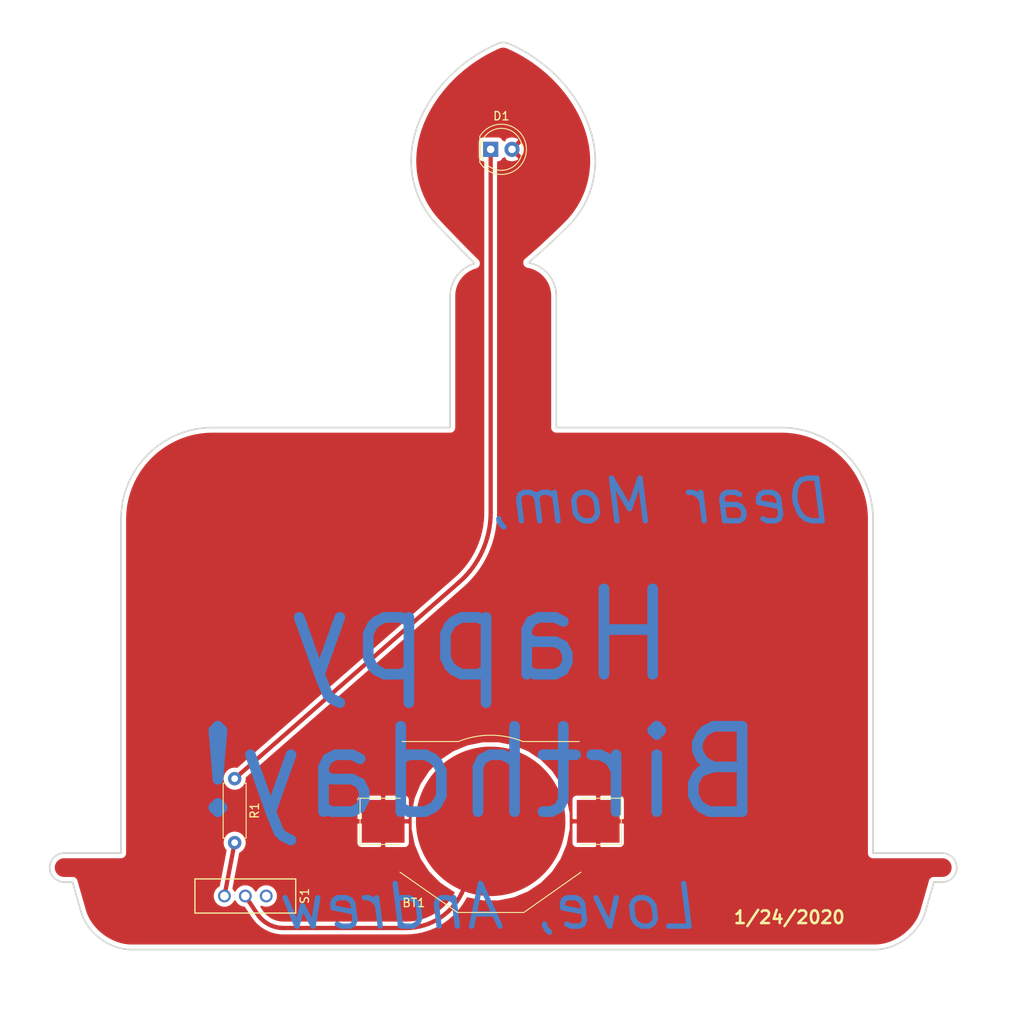
<source format=kicad_pcb>
(kicad_pcb (version 20171130) (host pcbnew 5.1.5-52549c5~84~ubuntu19.04.1)

  (general
    (thickness 1.6)
    (drawings 40)
    (tracks 55)
    (zones 0)
    (modules 4)
    (nets 5)
  )

  (page A4)
  (layers
    (0 F.Cu signal)
    (31 B.Cu signal)
    (32 B.Adhes user)
    (33 F.Adhes user)
    (34 B.Paste user)
    (35 F.Paste user)
    (36 B.SilkS user)
    (37 F.SilkS user)
    (38 B.Mask user)
    (39 F.Mask user)
    (40 Dwgs.User user)
    (41 Cmts.User user)
    (42 Eco1.User user)
    (43 Eco2.User user)
    (44 Edge.Cuts user)
    (45 Margin user)
    (46 B.CrtYd user)
    (47 F.CrtYd user)
    (48 B.Fab user)
    (49 F.Fab user)
  )

  (setup
    (last_trace_width 0.25)
    (trace_clearance 0.2)
    (zone_clearance 0.508)
    (zone_45_only no)
    (trace_min 0.2)
    (via_size 0.8)
    (via_drill 0.4)
    (via_min_size 0.4)
    (via_min_drill 0.3)
    (uvia_size 0.3)
    (uvia_drill 0.1)
    (uvias_allowed no)
    (uvia_min_size 0.2)
    (uvia_min_drill 0.1)
    (edge_width 0.05)
    (segment_width 0.2)
    (pcb_text_width 0.3)
    (pcb_text_size 1.5 1.5)
    (mod_edge_width 0.12)
    (mod_text_size 1 1)
    (mod_text_width 0.15)
    (pad_size 1.524 1.524)
    (pad_drill 0.762)
    (pad_to_mask_clearance 0.051)
    (solder_mask_min_width 0.25)
    (aux_axis_origin 0 0)
    (visible_elements FFFFFF7F)
    (pcbplotparams
      (layerselection 0x010fc_ffffffff)
      (usegerberextensions false)
      (usegerberattributes false)
      (usegerberadvancedattributes false)
      (creategerberjobfile false)
      (excludeedgelayer true)
      (linewidth 0.100000)
      (plotframeref false)
      (viasonmask false)
      (mode 1)
      (useauxorigin false)
      (hpglpennumber 1)
      (hpglpenspeed 20)
      (hpglpendiameter 15.000000)
      (psnegative false)
      (psa4output false)
      (plotreference true)
      (plotvalue true)
      (plotinvisibletext false)
      (padsonsilk false)
      (subtractmaskfromsilk false)
      (outputformat 1)
      (mirror false)
      (drillshape 1)
      (scaleselection 1)
      (outputdirectory ""))
  )

  (net 0 "")
  (net 1 "Net-(D1-Pad1)")
  (net 2 "Net-(R1-Pad2)")
  (net 3 GND)
  (net 4 +3V3)

  (net_class Default "This is the default net class."
    (clearance 0.2)
    (trace_width 0.25)
    (via_dia 0.8)
    (via_drill 0.4)
    (uvia_dia 0.3)
    (uvia_drill 0.1)
    (add_net +3V3)
    (add_net GND)
    (add_net "Net-(D1-Pad1)")
    (add_net "Net-(R1-Pad2)")
  )

  (module Resistor_THT:R_Axial_DIN0207_L6.3mm_D2.5mm_P7.62mm_Horizontal (layer F.Cu) (tedit 5AE5139B) (tstamp 5E2646E6)
    (at 143.51 -78.74 270)
    (descr "Resistor, Axial_DIN0207 series, Axial, Horizontal, pin pitch=7.62mm, 0.25W = 1/4W, length*diameter=6.3*2.5mm^2, http://cdn-reichelt.de/documents/datenblatt/B400/1_4W%23YAG.pdf")
    (tags "Resistor Axial_DIN0207 series Axial Horizontal pin pitch 7.62mm 0.25W = 1/4W length 6.3mm diameter 2.5mm")
    (path /5E245399)
    (fp_text reference R1 (at 3.81 -2.37 90) (layer F.SilkS)
      (effects (font (size 1 1) (thickness 0.15)))
    )
    (fp_text value R (at 3.81 2.37 90) (layer F.Fab)
      (effects (font (size 1 1) (thickness 0.15)))
    )
    (fp_text user %R (at 3.81 0 90) (layer F.Fab)
      (effects (font (size 1 1) (thickness 0.15)))
    )
    (fp_line (start 8.67 -1.5) (end -1.05 -1.5) (layer F.CrtYd) (width 0.05))
    (fp_line (start 8.67 1.5) (end 8.67 -1.5) (layer F.CrtYd) (width 0.05))
    (fp_line (start -1.05 1.5) (end 8.67 1.5) (layer F.CrtYd) (width 0.05))
    (fp_line (start -1.05 -1.5) (end -1.05 1.5) (layer F.CrtYd) (width 0.05))
    (fp_line (start 7.08 1.37) (end 7.08 1.04) (layer F.SilkS) (width 0.12))
    (fp_line (start 0.54 1.37) (end 7.08 1.37) (layer F.SilkS) (width 0.12))
    (fp_line (start 0.54 1.04) (end 0.54 1.37) (layer F.SilkS) (width 0.12))
    (fp_line (start 7.08 -1.37) (end 7.08 -1.04) (layer F.SilkS) (width 0.12))
    (fp_line (start 0.54 -1.37) (end 7.08 -1.37) (layer F.SilkS) (width 0.12))
    (fp_line (start 0.54 -1.04) (end 0.54 -1.37) (layer F.SilkS) (width 0.12))
    (fp_line (start 7.62 0) (end 6.96 0) (layer F.Fab) (width 0.1))
    (fp_line (start 0 0) (end 0.66 0) (layer F.Fab) (width 0.1))
    (fp_line (start 6.96 -1.25) (end 0.66 -1.25) (layer F.Fab) (width 0.1))
    (fp_line (start 6.96 1.25) (end 6.96 -1.25) (layer F.Fab) (width 0.1))
    (fp_line (start 0.66 1.25) (end 6.96 1.25) (layer F.Fab) (width 0.1))
    (fp_line (start 0.66 -1.25) (end 0.66 1.25) (layer F.Fab) (width 0.1))
    (pad 2 thru_hole oval (at 7.62 0 270) (size 1.6 1.6) (drill 0.8) (layers *.Cu *.Mask)
      (net 2 "Net-(R1-Pad2)"))
    (pad 1 thru_hole circle (at 0 0 270) (size 1.6 1.6) (drill 0.8) (layers *.Cu *.Mask)
      (net 1 "Net-(D1-Pad1)"))
    (model ${KISYS3DMOD}/Resistor_THT.3dshapes/R_Axial_DIN0207_L6.3mm_D2.5mm_P7.62mm_Horizontal.wrl
      (at (xyz 0 0 0))
      (scale (xyz 1 1 1))
      (rotate (xyz 0 0 0))
    )
  )

  (module Battery:BatteryHolder_Keystone_3002_1x2032 (layer F.Cu) (tedit 5D9C7E9A) (tstamp 5E263979)
    (at 173.99 -73.66)
    (descr https://www.tme.eu/it/Document/a823211ec201a9e209042d155fe22d2b/KEYS2996.pdf)
    (tags "BR2016 CR2016 DL2016 BR2020 CL2020 BR2025 CR2025 DL2025 DR2032 CR2032 DL2032")
    (path /5E26FE72)
    (attr smd)
    (fp_text reference BT1 (at -9.15 9.7) (layer F.SilkS)
      (effects (font (size 1 1) (thickness 0.15)))
    )
    (fp_text value Battery_Cell (at 0 -11) (layer F.Fab)
      (effects (font (size 1 1) (thickness 0.15)))
    )
    (fp_line (start -15.35 -2.55) (end -15.35 2.55) (layer F.Fab) (width 0.1))
    (fp_line (start -15.35 2.55) (end -10.55 2.55) (layer F.Fab) (width 0.1))
    (fp_line (start -15.35 -2.55) (end -10.55 -2.55) (layer F.Fab) (width 0.1))
    (fp_line (start -10.55 2.55) (end -10.55 5.85) (layer F.Fab) (width 0.1))
    (fp_line (start 10.55 2.55) (end 10.55 5.9) (layer F.Fab) (width 0.1))
    (fp_line (start -3.8 10.6) (end 3.8 10.6) (layer F.Fab) (width 0.1))
    (fp_line (start 10.55 2.55) (end 15.35 2.55) (layer F.Fab) (width 0.1))
    (fp_line (start 15.35 2.55) (end 15.35 -2.55) (layer F.Fab) (width 0.1))
    (fp_line (start 15.35 -2.55) (end 10.55 -2.55) (layer F.Fab) (width 0.1))
    (fp_line (start 10.55 -2.55) (end 10.55 -9.3) (layer F.Fab) (width 0.1))
    (fp_line (start 10.55 -9.3) (end -10.55 -9.3) (layer F.Fab) (width 0.1))
    (fp_line (start -10.55 -2.55) (end -10.55 -9.3) (layer F.Fab) (width 0.1))
    (fp_line (start -10.55 5.85) (end -3.8 10.6) (layer F.Fab) (width 0.1))
    (fp_line (start -10.8 6.05) (end -3.95 10.85) (layer F.SilkS) (width 0.12))
    (fp_line (start -3.95 10.85) (end 3.95 10.85) (layer F.SilkS) (width 0.12))
    (fp_line (start 3.95 10.85) (end 10.75 6.05) (layer F.SilkS) (width 0.12))
    (fp_line (start 10.55 5.9) (end 3.8 10.6) (layer F.Fab) (width 0.1))
    (fp_circle (center 0 0) (end 10 0) (layer Dwgs.User) (width 0.2))
    (fp_line (start -10.55 -9.5) (end -3.85 -9.5) (layer F.SilkS) (width 0.12))
    (fp_arc (start 0 0) (end 3.85 -9.5) (angle -44.1) (layer F.SilkS) (width 0.12))
    (fp_line (start 10.55 -9.5) (end 3.85 -9.5) (layer F.SilkS) (width 0.12))
    (fp_line (start -15.85 -3.05) (end -11.05 -3.05) (layer F.CrtYd) (width 0.05))
    (fp_line (start -11.05 -3.05) (end -11.05 -9.8) (layer F.CrtYd) (width 0.05))
    (fp_line (start -11.05 -9.8) (end -3.9 -9.8) (layer F.CrtYd) (width 0.05))
    (fp_arc (start 0 0) (end 3.9 -9.8) (angle -43.40107348) (layer F.CrtYd) (width 0.05))
    (fp_line (start 11.05 -9.8) (end 3.9 -9.8) (layer F.CrtYd) (width 0.05))
    (fp_line (start 11.05 -9.8) (end 11.05 -3.05) (layer F.CrtYd) (width 0.05))
    (fp_line (start 11.05 -3.05) (end 15.85 -3.05) (layer F.CrtYd) (width 0.05))
    (fp_line (start 15.85 -3.05) (end 15.85 3.05) (layer F.CrtYd) (width 0.05))
    (fp_line (start 15.85 3.05) (end 11.05 3.05) (layer F.CrtYd) (width 0.05))
    (fp_line (start 11.05 3.05) (end 11.05 6.35) (layer F.CrtYd) (width 0.05))
    (fp_line (start 11.05 6.35) (end 4.3 11.1) (layer F.CrtYd) (width 0.05))
    (fp_line (start 4.3 11.1) (end -4.3 11.1) (layer F.CrtYd) (width 0.05))
    (fp_line (start -4.3 11.1) (end -11.05 6.35) (layer F.CrtYd) (width 0.05))
    (fp_line (start -11.05 6.35) (end -11.05 3.05) (layer F.CrtYd) (width 0.05))
    (fp_line (start -11.05 3.05) (end -15.85 3.05) (layer F.CrtYd) (width 0.05))
    (fp_line (start -15.85 3.05) (end -15.85 -3.05) (layer F.CrtYd) (width 0.05))
    (fp_line (start -10.75 -2.75) (end -15.55 -2.75) (layer F.SilkS) (width 0.12))
    (fp_line (start -15.55 -2.75) (end -15.55 2.75) (layer F.SilkS) (width 0.12))
    (fp_line (start -15.55 2.75) (end -10.75 2.75) (layer F.SilkS) (width 0.12))
    (fp_line (start 10.75 2.75) (end 15.55 2.75) (layer F.SilkS) (width 0.12))
    (fp_line (start 15.55 2.75) (end 15.55 -2.75) (layer F.SilkS) (width 0.12))
    (fp_line (start 15.55 -2.75) (end 10.75 -2.75) (layer F.SilkS) (width 0.12))
    (fp_text user %R (at -9.15 9.7) (layer F.Fab)
      (effects (font (size 1 1) (thickness 0.15)))
    )
    (pad 2 smd circle (at 0 0) (size 17.8 17.8) (layers F.Cu F.Mask)
      (net 3 GND))
    (pad 1 smd rect (at -12.8 0) (size 5.1 5.1) (layers F.Cu F.Paste F.Mask)
      (net 4 +3V3))
    (pad 1 smd rect (at 12.8 0) (size 5.1 5.1) (layers F.Cu F.Paste F.Mask)
      (net 4 +3V3))
    (model ${KISYS3DMOD}/Battery.3dshapes/BatteryHolder_Keystone_3002_1x2032.wrl
      (at (xyz 0 0 0))
      (scale (xyz 1 1 1))
      (rotate (xyz 0 0 0))
    )
  )

  (module Wickerlib:SWITCH-ESWITCH-SLIDE-TH-EG1218 (layer F.Cu) (tedit 59948350) (tstamp 5E2639B9)
    (at 144.78 -64.77)
    (path /5E26A03A)
    (attr smd)
    (fp_text reference S1 (at 0 0 180) (layer F.Fab)
      (effects (font (size 1 1) (thickness 0.15)))
    )
    (fp_text value SWITCH-TACTILE-SPST-NO-0.05A-24V-SMT-FSMSMTR (at 0 2) (layer F.Fab) hide
      (effects (font (size 1 1) (thickness 0.15)))
    )
    (fp_line (start 6 -2.032) (end 6 2.032) (layer F.SilkS) (width 0.1524))
    (fp_line (start 6 2.032) (end -6 2.032) (layer F.SilkS) (width 0.1524))
    (fp_line (start 6 -2.032) (end -6 -2.032) (layer F.SilkS) (width 0.1524))
    (fp_line (start -6 -2.032) (end -6 2.032) (layer F.SilkS) (width 0.1524))
    (fp_text user %R (at 7.0612 0 90) (layer F.SilkS)
      (effects (font (size 1 1) (thickness 0.15)))
    )
    (fp_line (start 6.25 -2.25) (end -6.25 -2.25) (layer F.Fab) (width 0.04064))
    (fp_line (start -6.25 -2.25) (end -6.25 2.25) (layer F.Fab) (width 0.04064))
    (fp_line (start -6.25 2.25) (end 6.25 2.25) (layer F.Fab) (width 0.04064))
    (fp_line (start 6.25 2.25) (end 6.25 -2.25) (layer F.Fab) (width 0.04064))
    (fp_circle (center -2.5 0) (end -2.4 0.2) (layer F.Fab) (width 0.508))
    (pad 1 thru_hole circle (at -2.4892 0) (size 1.524 1.524) (drill 1.016) (layers *.Cu *.Mask)
      (net 2 "Net-(R1-Pad2)"))
    (pad 3 thru_hole circle (at 2.4892 0) (size 1.524 1.524) (drill 1.016) (layers *.Cu *.Mask))
    (pad 2 thru_hole circle (at 0 0) (size 1.524 1.524) (drill 1.016) (layers *.Cu *.Mask)
      (net 3 GND))
  )

  (module LED_THT:LED_D5.0mm (layer F.Cu) (tedit 5995936A) (tstamp 5E263B3C)
    (at 173.99 -153.67)
    (descr "LED, diameter 5.0mm, 2 pins, http://cdn-reichelt.de/documents/datenblatt/A500/LL-504BC2E-009.pdf")
    (tags "LED diameter 5.0mm 2 pins")
    (path /5E2456C9)
    (fp_text reference D1 (at 1.27 -3.96) (layer F.SilkS)
      (effects (font (size 1 1) (thickness 0.15)))
    )
    (fp_text value LED (at 1.27 3.96) (layer F.Fab)
      (effects (font (size 1 1) (thickness 0.15)))
    )
    (fp_arc (start 1.27 0) (end -1.23 -1.469694) (angle 299.1) (layer F.Fab) (width 0.1))
    (fp_arc (start 1.27 0) (end -1.29 -1.54483) (angle 148.9) (layer F.SilkS) (width 0.12))
    (fp_arc (start 1.27 0) (end -1.29 1.54483) (angle -148.9) (layer F.SilkS) (width 0.12))
    (fp_circle (center 1.27 0) (end 3.77 0) (layer F.Fab) (width 0.1))
    (fp_circle (center 1.27 0) (end 3.77 0) (layer F.SilkS) (width 0.12))
    (fp_line (start -1.23 -1.469694) (end -1.23 1.469694) (layer F.Fab) (width 0.1))
    (fp_line (start -1.29 -1.545) (end -1.29 1.545) (layer F.SilkS) (width 0.12))
    (fp_line (start -1.95 -3.25) (end -1.95 3.25) (layer F.CrtYd) (width 0.05))
    (fp_line (start -1.95 3.25) (end 4.5 3.25) (layer F.CrtYd) (width 0.05))
    (fp_line (start 4.5 3.25) (end 4.5 -3.25) (layer F.CrtYd) (width 0.05))
    (fp_line (start 4.5 -3.25) (end -1.95 -3.25) (layer F.CrtYd) (width 0.05))
    (fp_text user %R (at 1.25 0) (layer F.Fab)
      (effects (font (size 0.8 0.8) (thickness 0.2)))
    )
    (pad 1 thru_hole rect (at 0 0) (size 1.8 1.8) (drill 0.9) (layers *.Cu *.Mask)
      (net 1 "Net-(D1-Pad1)"))
    (pad 2 thru_hole circle (at 2.54 0) (size 1.8 1.8) (drill 0.9) (layers *.Cu *.Mask)
      (net 4 +3V3))
    (model ${KISYS3DMOD}/LED_THT.3dshapes/LED_D5.0mm.wrl
      (at (xyz 0 0 0))
      (scale (xyz 1 1 1))
      (rotate (xyz 0 0 0))
    )
  )

  (gr_text "1/24/2020\n" (at 209.55 -62.23) (layer F.SilkS)
    (effects (font (size 1.5 1.5) (thickness 0.3)))
  )
  (gr_text "Dear Mom," (at 194.31 -111.76) (layer B.Mask) (tstamp 5E264B3E)
    (effects (font (size 5.08 5.08) (thickness 0.635) italic) (justify mirror))
  )
  (gr_text "Love, Andrew" (at 173.99 -63.5) (layer B.Mask) (tstamp 5E264B1F)
    (effects (font (size 5.08 5.08) (thickness 0.635) italic) (justify mirror))
  )
  (gr_text "Happy\nBirthday!" (at 172.72 -87.63) (layer B.Mask) (tstamp 5E264AE5)
    (effects (font (size 10.16 10.16) (thickness 1.27)) (justify mirror))
  )
  (gr_text "Love, Andrew" (at 173.99 -63.5) (layer B.Cu) (tstamp 5E264810)
    (effects (font (size 5.08 5.08) (thickness 0.635) italic) (justify mirror))
  )
  (gr_text "Dear Mom," (at 194.31 -111.76) (layer B.Cu)
    (effects (font (size 5.08 5.08) (thickness 0.635) italic) (justify mirror))
  )
  (gr_text "Happy\nBirthday!" (at 172.72 -87.63) (layer B.Cu) (tstamp 5E264854)
    (effects (font (size 10.16 10.16) (thickness 1.27)) (justify mirror))
  )
  (gr_curve (pts (xy 176.1744 -166.243) (xy 175.954372 -166.33915) (xy 175.719532 -166.38658) (xy 175.48446 -166.386557)) (layer Edge.Cuts) (width 0.2))
  (gr_curve (pts (xy 227.760337 -66.430016) (xy 228.712124 -66.430016) (xy 229.484459 -67.200881) (xy 229.484459 -68.152669)) (layer Edge.Cuts) (width 0.2))
  (gr_line (start 226.762777 -66.430016) (end 227.760337 -66.430016) (layer Edge.Cuts) (width 0.2))
  (gr_curve (pts (xy 219.517657 -109.628253) (xy 219.517657 -115.646605) (xy 214.620007 -120.54427) (xy 208.601647 -120.54427)) (layer Edge.Cuts) (width 0.2))
  (gr_curve (pts (xy 123.207113 -69.875329) (xy 122.255333 -69.875329) (xy 121.484461 -69.104434) (xy 121.484461 -68.152669)) (layer Edge.Cuts) (width 0.2))
  (gr_line (start 225.768149 -62.951006) (end 226.762777 -66.430016) (layer Edge.Cuts) (width 0.2))
  (gr_line (start 175.48446 -166.386557) (end 175.48446 -166.386557) (layer Edge.Cuts) (width 0.2))
  (gr_curve (pts (xy 181.803795 -136.213705) (xy 181.803795 -138.19339) (xy 180.363532 -139.839378) (xy 178.477132 -140.170248)) (layer Edge.Cuts) (width 0.2))
  (gr_curve (pts (xy 121.484461 -68.152669) (xy 121.484461 -67.200881) (xy 122.255333 -66.430016) (xy 123.207113 -66.430016)) (layer Edge.Cuts) (width 0.2))
  (gr_line (start 169.165118 -136.213705) (end 169.165118 -120.54427) (layer Edge.Cuts) (width 0.2))
  (gr_line (start 131.250571 -58.386559) (end 219.718342 -58.386559) (layer Edge.Cuts) (width 0.2))
  (gr_line (start 129.976156 -69.875329) (end 123.207113 -69.875329) (layer Edge.Cuts) (width 0.2))
  (gr_line (start 219.517657 -102.733233) (end 219.517657 -109.628253) (layer Edge.Cuts) (width 0.2))
  (gr_line (start 227.760337 -69.875329) (end 219.517657 -69.875329) (layer Edge.Cuts) (width 0.2))
  (gr_curve (pts (xy 178.477132 -140.170248) (xy 180.606435 -141.94192) (xy 183.268552 -144.565758) (xy 183.662677 -145.007163)) (layer Edge.Cuts) (width 0.2))
  (gr_line (start 129.976156 -109.628253) (end 129.976156 -69.875329) (layer Edge.Cuts) (width 0.2))
  (gr_curve (pts (xy 186.445882 -152.294755) (xy 186.445882 -157.86364) (xy 182.222385 -163.59976) (xy 176.1744 -166.243)) (layer Edge.Cuts) (width 0.2))
  (gr_line (start 219.517657 -69.875329) (end 219.517657 -102.733233) (layer Edge.Cuts) (width 0.2))
  (gr_line (start 169.165118 -120.54427) (end 140.89071 -120.54427) (layer Edge.Cuts) (width 0.2))
  (gr_line (start 124.204673 -66.430016) (end 125.199301 -62.951006) (layer Edge.Cuts) (width 0.2))
  (gr_curve (pts (xy 140.89071 -120.54427) (xy 134.87235 -120.54427) (xy 129.976156 -115.646605) (xy 129.976156 -109.628253)) (layer Edge.Cuts) (width 0.2))
  (gr_curve (pts (xy 164.521568 -152.294755) (xy 164.521568 -149.604873) (xy 165.510135 -147.017103) (xy 167.304773 -145.007163)) (layer Edge.Cuts) (width 0.2))
  (gr_curve (pts (xy 172.097738 -140.082355) (xy 170.408093 -139.606165) (xy 169.165118 -138.0535) (xy 169.165118 -136.213705)) (layer Edge.Cuts) (width 0.2))
  (gr_curve (pts (xy 125.199301 -62.951006) (xy 125.930476 -60.391661) (xy 128.588723 -58.386559) (xy 131.250571 -58.386559)) (layer Edge.Cuts) (width 0.2))
  (gr_curve (pts (xy 174.794512 -166.243) (xy 168.746528 -163.59976) (xy 164.521568 -157.86364) (xy 164.521568 -152.294755)) (layer Edge.Cuts) (width 0.2))
  (gr_curve (pts (xy 167.304773 -145.007163) (xy 167.535735 -144.748105) (xy 170.228775 -141.902163) (xy 172.097738 -140.082355)) (layer Edge.Cuts) (width 0.2))
  (gr_curve (pts (xy 183.662677 -145.007163) (xy 185.4573 -147.017103) (xy 186.445882 -149.604873) (xy 186.445882 -152.294755)) (layer Edge.Cuts) (width 0.2))
  (gr_curve (pts (xy 219.718342 -58.386559) (xy 222.380189 -58.386559) (xy 225.036982 -60.391894) (xy 225.768149 -62.951006)) (layer Edge.Cuts) (width 0.2))
  (gr_line (start 181.803795 -120.54427) (end 181.803795 -136.213705) (layer Edge.Cuts) (width 0.2))
  (gr_curve (pts (xy 229.484459 -68.152669) (xy 229.484459 -69.104434) (xy 228.712124 -69.875329) (xy 227.760337 -69.875329)) (layer Edge.Cuts) (width 0.2))
  (gr_curve (pts (xy 175.48446 -166.386557) (xy 175.24938 -166.386527) (xy 175.014532 -166.339082) (xy 174.794512 -166.243)) (layer Edge.Cuts) (width 0.2))
  (gr_line (start 208.601647 -120.54427) (end 181.803795 -120.54427) (layer Edge.Cuts) (width 0.2))
  (gr_line (start 123.207113 -66.430016) (end 124.204673 -66.430016) (layer Edge.Cuts) (width 0.2))

  (segment (start 173.99 -110.41) (end 173.99 -153.67) (width 0.508) (layer F.Cu) (net 1))
  (segment (start 173.99 -110.41) (end 173.974382 -109.823547) (width 0.508) (layer F.Cu) (net 1) (tstamp 38D))
  (segment (start 173.974382 -109.823547) (end 173.927574 -109.238756) (width 0.508) (layer F.Cu) (net 1) (tstamp 38D))
  (segment (start 173.927574 -109.238756) (end 173.849708 -108.657286) (width 0.508) (layer F.Cu) (net 1) (tstamp 38D))
  (segment (start 173.849708 -108.657286) (end 173.741005 -108.080783) (width 0.508) (layer F.Cu) (net 1) (tstamp 38D))
  (segment (start 173.741005 -108.080783) (end 173.601774 -107.510884) (width 0.508) (layer F.Cu) (net 1) (tstamp 38D))
  (segment (start 173.601774 -107.510884) (end 173.432408 -106.949202) (width 0.508) (layer F.Cu) (net 1) (tstamp 38D))
  (segment (start 173.432408 -106.949202) (end 173.233388 -106.397331) (width 0.508) (layer F.Cu) (net 1) (tstamp 38D))
  (segment (start 173.233388 -106.397331) (end 173.005277 -105.856834) (width 0.508) (layer F.Cu) (net 1) (tstamp 38D))
  (segment (start 173.005277 -105.856834) (end 172.748724 -105.329244) (width 0.508) (layer F.Cu) (net 1) (tstamp 38D))
  (segment (start 172.748724 -105.329244) (end 172.464454 -104.816057) (width 0.508) (layer F.Cu) (net 1) (tstamp 38D))
  (segment (start 172.464454 -104.816057) (end 172.153274 -104.318726) (width 0.508) (layer F.Cu) (net 1) (tstamp 38D))
  (segment (start 172.153274 -104.318726) (end 171.816066 -103.838662) (width 0.508) (layer F.Cu) (net 1) (tstamp 38D))
  (segment (start 171.816066 -103.838662) (end 171.453785 -103.377225) (width 0.508) (layer F.Cu) (net 1) (tstamp 38D))
  (segment (start 171.453785 -103.377225) (end 171.067459 -102.935724) (width 0.508) (layer F.Cu) (net 1) (tstamp 38D))
  (segment (start 171.067459 -102.935724) (end 170.658182 -102.515411) (width 0.508) (layer F.Cu) (net 1) (tstamp 38D))
  (segment (start 170.658182 -102.515411) (end 170.227116 -102.117476) (width 0.508) (layer F.Cu) (net 1) (tstamp 38D))
  (segment (start 170.227116 -102.117476) (end 143.51 -78.74) (width 0.508) (layer F.Cu) (net 1))
  (segment (start 143.51 -71.12) (end 142.2908 -64.77) (width 0.508) (layer F.Cu) (net 2))
  (segment (start 167.592883 -68.062523) (end 173.99 -73.66) (width 0.508) (layer F.Cu) (net 3))
  (segment (start 146.210599 -62.6241) (end 144.78 -64.77) (width 0.508) (layer F.Cu) (net 3))
  (segment (start 146.210599 -62.6241) (end 146.343711 -62.437135) (width 0.508) (layer F.Cu) (net 3) (tstamp D9))
  (segment (start 146.343711 -62.437135) (end 146.48805 -62.258695) (width 0.508) (layer F.Cu) (net 3) (tstamp D9))
  (segment (start 146.48805 -62.258695) (end 146.643071 -62.089451) (width 0.508) (layer F.Cu) (net 3) (tstamp D9))
  (segment (start 146.643071 -62.089451) (end 146.808188 -61.930043) (width 0.508) (layer F.Cu) (net 3) (tstamp D9))
  (segment (start 146.808188 -61.930043) (end 146.98278 -61.781071) (width 0.508) (layer F.Cu) (net 3) (tstamp D9))
  (segment (start 146.98278 -61.781071) (end 147.166187 -61.643098) (width 0.508) (layer F.Cu) (net 3) (tstamp D9))
  (segment (start 147.166187 -61.643098) (end 147.357718 -61.516643) (width 0.508) (layer F.Cu) (net 3) (tstamp D9))
  (segment (start 147.357718 -61.516643) (end 147.55665 -61.402185) (width 0.508) (layer F.Cu) (net 3) (tstamp D9))
  (segment (start 147.55665 -61.402185) (end 147.762233 -61.300153) (width 0.508) (layer F.Cu) (net 3) (tstamp D9))
  (segment (start 147.762233 -61.300153) (end 147.973692 -61.210935) (width 0.508) (layer F.Cu) (net 3) (tstamp D9))
  (segment (start 147.973692 -61.210935) (end 148.190228 -61.134865) (width 0.508) (layer F.Cu) (net 3) (tstamp D9))
  (segment (start 148.190228 -61.134865) (end 148.411026 -61.07223) (width 0.508) (layer F.Cu) (net 3) (tstamp D9))
  (segment (start 148.411026 -61.07223) (end 148.635252 -61.023268) (width 0.508) (layer F.Cu) (net 3) (tstamp D9))
  (segment (start 148.635252 -61.023268) (end 148.862062 -60.988163) (width 0.508) (layer F.Cu) (net 3) (tstamp D9))
  (segment (start 148.862062 -60.988163) (end 149.090598 -60.967046) (width 0.508) (layer F.Cu) (net 3) (tstamp D9))
  (segment (start 149.090598 -60.967046) (end 149.32 -60.96) (width 0.508) (layer F.Cu) (net 3) (tstamp D9))
  (segment (start 170.766953 -65.602383) (end 173.99 -73.66) (width 0.508) (layer F.Cu) (net 3))
  (segment (start 170.766953 -65.602383) (end 170.544131 -65.100329) (width 0.508) (layer F.Cu) (net 3) (tstamp D9))
  (segment (start 170.544131 -65.100329) (end 170.284611 -64.616225) (width 0.508) (layer F.Cu) (net 3) (tstamp D9))
  (segment (start 170.284611 -64.616225) (end 169.989828 -64.152749) (width 0.508) (layer F.Cu) (net 3) (tstamp D9))
  (segment (start 169.989828 -64.152749) (end 169.661413 -63.712464) (width 0.508) (layer F.Cu) (net 3) (tstamp D9))
  (segment (start 169.661413 -63.712464) (end 169.301182 -63.297806) (width 0.508) (layer F.Cu) (net 3) (tstamp D9))
  (segment (start 169.301182 -63.297806) (end 168.911128 -62.91107) (width 0.508) (layer F.Cu) (net 3) (tstamp D9))
  (segment (start 168.911128 -62.91107) (end 168.493409 -62.554393) (width 0.508) (layer F.Cu) (net 3) (tstamp D9))
  (segment (start 168.493409 -62.554393) (end 168.050336 -62.22975) (width 0.508) (layer F.Cu) (net 3) (tstamp D9))
  (segment (start 168.050336 -62.22975) (end 167.584359 -61.938936) (width 0.508) (layer F.Cu) (net 3) (tstamp D9))
  (segment (start 167.584359 -61.938936) (end 167.098056 -61.68356) (width 0.508) (layer F.Cu) (net 3) (tstamp D9))
  (segment (start 167.098056 -61.68356) (end 166.594118 -61.465035) (width 0.508) (layer F.Cu) (net 3) (tstamp D9))
  (segment (start 166.594118 -61.465035) (end 166.075332 -61.284568) (width 0.508) (layer F.Cu) (net 3) (tstamp D9))
  (segment (start 166.075332 -61.284568) (end 165.544567 -61.14316) (width 0.508) (layer F.Cu) (net 3) (tstamp D9))
  (segment (start 165.544567 -61.14316) (end 165.004761 -61.041592) (width 0.508) (layer F.Cu) (net 3) (tstamp D9))
  (segment (start 165.004761 -61.041592) (end 164.458898 -60.980425) (width 0.508) (layer F.Cu) (net 3) (tstamp D9))
  (segment (start 164.458898 -60.980425) (end 163.91 -60.96) (width 0.508) (layer F.Cu) (net 3) (tstamp D9))
  (segment (start 163.91 -60.96) (end 149.32 -60.96) (width 0.508) (layer F.Cu) (net 3))

  (zone (net 4) (net_name +3V3) (layer F.Cu) (tstamp 0) (hatch edge 0.508)
    (connect_pads (clearance 0.508))
    (min_thickness 0.254)
    (fill yes (arc_segments 32) (thermal_gap 0.508) (thermal_bridge_width 0.508))
    (polygon
      (pts
        (xy 187.96 -163.83) (xy 190.5 -133.35) (xy 227.33 -125.73) (xy 237.49 -69.85) (xy 229.87 -49.53)
        (xy 115.57 -49.53) (xy 115.57 -76.2) (xy 124.46 -123.19) (xy 161.29 -127) (xy 160.02 -161.29)
        (xy 163.83 -167.64) (xy 179.07 -171.45)
      )
    )
    (filled_polygon
      (pts
        (xy 175.608865 -165.642823) (xy 175.706871 -165.625654) (xy 175.797683 -165.600287) (xy 175.895163 -165.562893) (xy 175.90205 -165.559876)
        (xy 176.056173 -165.491378) (xy 176.190826 -165.430084) (xy 176.333567 -165.363613) (xy 176.471315 -165.297992) (xy 176.608304 -165.231276)
        (xy 176.740467 -165.165525) (xy 176.867911 -165.100812) (xy 176.994596 -165.0352) (xy 177.122758 -164.967498) (xy 177.250435 -164.89872)
        (xy 177.374973 -164.830332) (xy 177.507243 -164.756273) (xy 177.638522 -164.681298) (xy 177.761125 -164.60994) (xy 177.895096 -164.530464)
        (xy 178.016225 -164.45724) (xy 178.136671 -164.383117) (xy 178.256471 -164.308083) (xy 178.379383 -164.229719) (xy 178.509315 -164.145338)
        (xy 178.626814 -164.067645) (xy 178.743514 -163.989157) (xy 178.863249 -163.907229) (xy 178.997463 -163.81369) (xy 179.115463 -163.72993)
        (xy 179.229075 -163.647922) (xy 179.341921 -163.565112) (xy 179.457666 -163.478754) (xy 179.57253 -163.3916) (xy 179.686538 -163.303638)
        (xy 179.803392 -163.211946) (xy 179.91212 -163.1252) (xy 180.023644 -163.034767) (xy 180.130747 -162.946503) (xy 180.237168 -162.857395)
        (xy 180.342596 -162.767713) (xy 180.447287 -162.677235) (xy 180.564694 -162.574053) (xy 180.66744 -162.48223) (xy 180.772763 -162.386588)
        (xy 180.882117 -162.285619) (xy 180.983932 -162.190056) (xy 181.083091 -162.095498) (xy 181.204145 -161.978029) (xy 181.301204 -161.882184)
        (xy 181.397748 -161.785338) (xy 181.494843 -161.686381) (xy 181.59108 -161.586715) (xy 181.684708 -161.488193) (xy 181.786543 -161.379242)
        (xy 181.887325 -161.269526) (xy 181.979444 -161.167538) (xy 182.073575 -161.061587) (xy 182.171035 -160.949986) (xy 182.267355 -160.837724)
        (xy 182.356741 -160.731728) (xy 182.450856 -160.618174) (xy 182.538251 -160.510873) (xy 182.627352 -160.39957) (xy 182.712596 -160.291218)
        (xy 182.79678 -160.182352) (xy 182.887833 -160.06244) (xy 182.969728 -159.952601) (xy 183.050588 -159.842212) (xy 183.137908 -159.720763)
        (xy 183.226493 -159.59507) (xy 183.306153 -159.479805) (xy 183.387235 -159.360202) (xy 183.465757 -159.24209) (xy 183.547824 -159.116119)
        (xy 183.62264 -158.998916) (xy 183.703159 -158.870131) (xy 183.777755 -158.748248) (xy 183.849904 -158.627874) (xy 183.92193 -158.505129)
        (xy 183.991653 -158.383724) (xy 184.0621 -158.258331) (xy 184.130081 -158.134573) (xy 184.2018 -158.000884) (xy 184.269895 -157.870799)
        (xy 184.336571 -157.740233) (xy 184.404622 -157.603506) (xy 184.467313 -157.474212) (xy 184.530397 -157.340649) (xy 184.592753 -157.20494)
        (xy 184.652661 -157.070837) (xy 184.715124 -156.926801) (xy 184.773376 -156.788253) (xy 184.829934 -156.64948) (xy 184.888549 -156.500814)
        (xy 184.943768 -156.355774) (xy 184.99791 -156.20838) (xy 185.047393 -156.068657) (xy 185.096506 -155.924722) (xy 185.145039 -155.776734)
        (xy 185.192833 -155.62469) (xy 185.237434 -155.476385) (xy 185.281181 -155.324015) (xy 185.321831 -155.175396) (xy 185.361514 -155.0227)
        (xy 185.39911 -154.869935) (xy 185.435058 -154.715117) (xy 185.468826 -154.560332) (xy 185.501238 -154.401406) (xy 185.531694 -154.240655)
        (xy 185.560119 -154.077941) (xy 185.586371 -153.913618) (xy 185.613159 -153.727229) (xy 185.63454 -153.559413) (xy 185.655215 -153.37321)
        (xy 185.671444 -153.201297) (xy 185.685183 -153.025478) (xy 185.696214 -152.845779) (xy 185.704171 -152.66649) (xy 185.709121 -152.483436)
        (xy 185.710876 -152.292056) (xy 185.70896 -152.098207) (xy 185.70367 -151.911536) (xy 185.694547 -151.717389) (xy 185.682896 -151.539023)
        (xy 185.668116 -151.360794) (xy 185.650845 -151.188674) (xy 185.630546 -151.015983) (xy 185.608144 -150.849526) (xy 185.582832 -150.682395)
        (xy 185.55578 -150.52154) (xy 185.526177 -150.36128) (xy 185.492061 -150.192204) (xy 185.45766 -150.035031) (xy 185.421614 -149.881857)
        (xy 185.383196 -149.729229) (xy 185.343453 -149.580942) (xy 185.301979 -149.434983) (xy 185.257788 -149.287895) (xy 185.211944 -149.143216)
        (xy 185.165238 -149.003014) (xy 185.114474 -148.857838) (xy 185.064309 -148.720878) (xy 185.00804 -148.574061) (xy 184.949475 -148.428037)
        (xy 184.893818 -148.295001) (xy 184.83616 -148.162484) (xy 184.776616 -148.030772) (xy 184.716379 -147.902365) (xy 184.655166 -147.77644)
        (xy 184.590019 -147.647043) (xy 184.524849 -147.521998) (xy 184.457453 -147.396947) (xy 184.387312 -147.271062) (xy 184.316807 -147.148578)
        (xy 184.246454 -147.030135) (xy 184.173907 -146.911684) (xy 184.100178 -146.794882) (xy 184.025914 -146.680662) (xy 183.950502 -146.56798)
        (xy 183.87407 -146.456973) (xy 183.796122 -146.346897) (xy 183.716639 -146.23773) (xy 183.635649 -146.12952) (xy 183.553193 -146.02233)
        (xy 183.466768 -145.913033) (xy 183.381264 -145.807823) (xy 183.294203 -145.703545) (xy 183.205734 -145.600379) (xy 183.114645 -145.496973)
        (xy 183.09481 -145.475095) (xy 183.005342 -145.379926) (xy 182.910758 -145.281944) (xy 182.813523 -145.182644) (xy 182.71365 -145.081646)
        (xy 182.613351 -144.980978) (xy 182.51221 -144.880089) (xy 182.410199 -144.778869) (xy 182.30849 -144.678425) (xy 182.205901 -144.577544)
        (xy 182.10405 -144.477781) (xy 181.997894 -144.374192) (xy 181.895729 -144.274857) (xy 181.793024 -144.17533) (xy 181.689695 -144.075529)
        (xy 181.584655 -143.9744) (xy 181.473751 -143.867973) (xy 181.369291 -143.768055) (xy 181.262408 -143.666138) (xy 181.159894 -143.568686)
        (xy 181.055535 -143.469782) (xy 180.952787 -143.372697) (xy 180.845661 -143.271791) (xy 180.740494 -143.17304) (xy 180.637062 -143.07622)
        (xy 180.532932 -142.979051) (xy 180.41798 -142.872142) (xy 180.315002 -142.776692) (xy 180.208506 -142.678311) (xy 180.101219 -142.579539)
        (xy 179.99319 -142.480435) (xy 179.884525 -142.381114) (xy 179.772403 -142.279026) (xy 179.664767 -142.181404) (xy 179.557722 -142.084699)
        (xy 179.447061 -141.985138) (xy 179.333801 -141.883687) (xy 179.220696 -141.782838) (xy 179.104697 -141.679905) (xy 178.994913 -141.582969)
        (xy 178.885478 -141.486827) (xy 178.776498 -141.39158) (xy 178.661357 -141.291513) (xy 178.553373 -141.198215) (xy 178.44554 -141.1056)
        (xy 178.338493 -141.014233) (xy 178.22608 -140.91893) (xy 178.114524 -140.82504) (xy 178.005951 -140.734352) (xy 177.983153 -140.711176)
        (xy 177.958002 -140.690565) (xy 177.932968 -140.660159) (xy 177.905356 -140.632089) (xy 177.887493 -140.604925) (xy 177.866826 -140.579823)
        (xy 177.848176 -140.545137) (xy 177.82654 -140.512235) (xy 177.814294 -140.482121) (xy 177.798895 -140.45348) (xy 177.787336 -140.415827)
        (xy 177.772505 -140.379354) (xy 177.766342 -140.347435) (xy 177.756799 -140.316349) (xy 177.752774 -140.277171) (xy 177.745309 -140.238509)
        (xy 177.745463 -140.205997) (xy 177.74214 -140.173653) (xy 177.745801 -140.134446) (xy 177.745987 -140.095064) (xy 177.752453 -140.063201)
        (xy 177.755476 -140.030827) (xy 177.766686 -139.993066) (xy 177.774516 -139.954483) (xy 177.787044 -139.924492) (xy 177.7963 -139.893312)
        (xy 177.814631 -139.858447) (xy 177.829806 -139.822119) (xy 177.847924 -139.795127) (xy 177.863057 -139.766345) (xy 177.887804 -139.735714)
        (xy 177.909752 -139.703016) (xy 177.932775 -139.68005) (xy 177.953204 -139.654764) (xy 177.983427 -139.629524) (xy 178.01131 -139.601711)
        (xy 178.03835 -139.583657) (xy 178.063307 -139.562816) (xy 178.097859 -139.543926) (xy 178.130612 -139.522059) (xy 178.160648 -139.5096)
        (xy 178.189172 -139.494006) (xy 178.226731 -139.482189) (xy 178.263111 -139.467098) (xy 178.294995 -139.46071) (xy 178.326006 -139.450953)
        (xy 178.336063 -139.448913) (xy 178.474468 -139.421846) (xy 178.609471 -139.38971) (xy 178.737547 -139.353541) (xy 178.862116 -139.312849)
        (xy 178.981021 -139.268739) (xy 179.099227 -139.219565) (xy 179.21184 -139.167552) (xy 179.320723 -139.112216) (xy 179.426861 -139.053231)
        (xy 179.529627 -138.991087) (xy 179.629478 -138.925645) (xy 179.726761 -138.856745) (xy 179.823503 -138.782811) (xy 179.913623 -138.708663)
        (xy 180.001184 -138.631291) (xy 180.086391 -138.550475) (xy 180.168294 -138.467112) (xy 180.24679 -138.381398) (xy 180.322577 -138.292567)
        (xy 180.396657 -138.199194) (xy 180.467313 -138.103235) (xy 180.534502 -138.004718) (xy 180.597797 -137.904299) (xy 180.658056 -137.800508)
        (xy 180.715307 -137.692944) (xy 180.769536 -137.581084) (xy 180.820386 -137.465003) (xy 180.868438 -137.342251) (xy 180.91218 -137.215442)
        (xy 180.949693 -137.090341) (xy 180.983296 -136.958811) (xy 181.011916 -136.823089) (xy 181.035168 -136.683085) (xy 181.052871 -136.536454)
        (xy 181.06439 -136.380619) (xy 181.068796 -136.204481) (xy 181.068795 -120.580375) (xy 181.065239 -120.54427) (xy 181.07943 -120.400185)
        (xy 181.121458 -120.261637) (xy 181.189708 -120.13395) (xy 181.281557 -120.022032) (xy 181.390185 -119.932883) (xy 181.393475 -119.930183)
        (xy 181.521162 -119.861933) (xy 181.65971 -119.819905) (xy 181.803795 -119.805714) (xy 181.8399 -119.80927) (xy 208.600816 -119.80927)
        (xy 208.646483 -119.809165) (xy 208.833458 -119.806638) (xy 209.021349 -119.800703) (xy 209.212572 -119.791128) (xy 209.390387 -119.779005)
        (xy 209.563331 -119.764215) (xy 209.735523 -119.746533) (xy 209.906767 -119.726001) (xy 210.081256 -119.702032) (xy 210.250845 -119.675768)
        (xy 210.411351 -119.648185) (xy 210.575281 -119.617252) (xy 210.730205 -119.585431) (xy 210.888344 -119.550325) (xy 211.041678 -119.513725)
        (xy 211.190172 -119.475855) (xy 211.341645 -119.43473) (xy 211.496158 -119.390155) (xy 211.641846 -119.345668) (xy 211.790647 -119.297722)
        (xy 211.930782 -119.250228) (xy 212.073822 -119.199367) (xy 212.215863 -119.146444) (xy 212.360762 -119.089932) (xy 212.493333 -119.035958)
        (xy 212.62896 -118.978458) (xy 212.759848 -118.920737) (xy 212.889806 -118.86122) (xy 213.018865 -118.7999) (xy 213.146915 -118.736833)
        (xy 213.273747 -118.672138) (xy 213.410361 -118.599921) (xy 213.531388 -118.5337) (xy 213.665655 -118.457709) (xy 213.788243 -118.385953)
        (xy 213.906465 -118.314556) (xy 214.02698 -118.239495) (xy 214.1498 -118.160574) (xy 214.264756 -118.084434) (xy 214.378693 -118.006734)
        (xy 214.494854 -117.925172) (xy 214.603225 -117.846875) (xy 214.720167 -117.75994) (xy 214.832629 -117.673863) (xy 214.940863 -117.58866)
        (xy 215.044727 -117.504648) (xy 215.156801 -117.411445) (xy 215.258358 -117.324629) (xy 215.358939 -117.236351) (xy 215.458306 -117.146823)
        (xy 215.556582 -117.055934) (xy 215.65355 -116.963885) (xy 215.74939 -116.870507) (xy 215.843935 -116.775961) (xy 215.937314 -116.68012)
        (xy 216.029361 -116.583151) (xy 216.120184 -116.484949) (xy 216.209671 -116.385628) (xy 216.300212 -116.282429) (xy 216.407421 -116.156543)
        (xy 216.494823 -116.050806) (xy 216.583556 -115.940431) (xy 216.668308 -115.832023) (xy 216.754151 -115.719087) (xy 216.833714 -115.611433)
        (xy 216.911912 -115.50268) (xy 216.990858 -115.389756) (xy 217.075 -115.265722) (xy 217.152735 -115.147541) (xy 217.235479 -115.017701)
        (xy 217.307891 -114.900412) (xy 217.380869 -114.77848) (xy 217.452291 -114.65529) (xy 217.519875 -114.534928) (xy 217.593562 -114.39916)
        (xy 217.657788 -114.276654) (xy 217.723969 -114.145994) (xy 217.790119 -114.010513) (xy 217.850818 -113.881493) (xy 217.911495 -113.747588)
        (xy 217.968693 -113.616399) (xy 218.02556 -113.480678) (xy 218.082007 -113.340179) (xy 218.134936 -113.202587) (xy 218.185981 -113.063882)
        (xy 218.235648 -112.922519) (xy 218.284534 -112.77638) (xy 218.331848 -112.627356) (xy 218.375737 -112.481408) (xy 218.41861 -112.330478)
        (xy 218.458123 -112.182791) (xy 218.498389 -112.022162) (xy 218.534222 -111.868851) (xy 218.569452 -111.706407) (xy 218.600496 -111.551256)
        (xy 218.629905 -111.391079) (xy 218.656777 -111.230163) (xy 218.681696 -111.064302) (xy 218.703915 -110.897659) (xy 218.723385 -110.730547)
        (xy 218.74205 -110.54142) (xy 218.756 -110.368601) (xy 218.76753 -110.186172) (xy 218.775668 -110.007321) (xy 218.78078 -109.823476)
        (xy 218.782658 -109.624696) (xy 218.782657 -102.697129) (xy 218.782658 -102.697119) (xy 218.782657 -69.911434) (xy 218.779101 -69.875329)
        (xy 218.793292 -69.731244) (xy 218.83532 -69.592696) (xy 218.90357 -69.465009) (xy 218.995419 -69.353091) (xy 219.092379 -69.273518)
        (xy 219.107337 -69.261242) (xy 219.235024 -69.192992) (xy 219.373572 -69.150964) (xy 219.517657 -69.136773) (xy 219.553762 -69.140329)
        (xy 227.757198 -69.140329) (xy 227.884741 -69.131648) (xy 227.981828 -69.114712) (xy 228.071534 -69.0898) (xy 228.154256 -69.058276)
        (xy 228.231247 -69.020777) (xy 228.303596 -68.977438) (xy 228.370878 -68.928982) (xy 228.432955 -68.875957) (xy 228.490385 -68.818135)
        (xy 228.543026 -68.755628) (xy 228.591563 -68.687151) (xy 228.63383 -68.615327) (xy 228.670592 -68.538362) (xy 228.702104 -68.453428)
        (xy 228.726205 -68.363024) (xy 228.742214 -68.264476) (xy 228.748619 -68.147814) (xy 228.741372 -68.033398) (xy 228.724777 -67.935741)
        (xy 228.700346 -67.846374) (xy 228.669272 -67.76387) (xy 228.631271 -67.685251) (xy 228.588375 -67.613266) (xy 228.540399 -67.546303)
        (xy 228.487715 -67.484301) (xy 228.42843 -67.425218) (xy 228.365593 -67.372221) (xy 228.29879 -67.324745) (xy 228.225509 -67.281478)
        (xy 228.147817 -67.244302) (xy 228.063448 -67.212911) (xy 227.973979 -67.188887) (xy 227.8745 -67.172519) (xy 227.739872 -67.165016)
        (xy 226.82921 -67.165016) (xy 226.823356 -67.166083) (xy 226.75692 -67.165016) (xy 226.726672 -67.165016) (xy 226.720778 -67.164436)
        (xy 226.678592 -67.163758) (xy 226.648914 -67.157358) (xy 226.618692 -67.154381) (xy 226.578308 -67.142131) (xy 226.537064 -67.133236)
        (xy 226.509204 -67.121168) (xy 226.480144 -67.112353) (xy 226.442925 -67.092459) (xy 226.404209 -67.075689) (xy 226.379238 -67.058418)
        (xy 226.352457 -67.044103) (xy 226.319838 -67.017334) (xy 226.285134 -66.99333) (xy 226.264009 -66.971515) (xy 226.240539 -66.952254)
        (xy 226.213772 -66.919638) (xy 226.184415 -66.889323) (xy 226.167953 -66.863808) (xy 226.14869 -66.840336) (xy 226.128797 -66.803119)
        (xy 226.105922 -66.767664) (xy 226.094755 -66.739431) (xy 226.08044 -66.712649) (xy 226.06819 -66.672266) (xy 226.066015 -66.666767)
        (xy 226.057712 -66.637723) (xy 226.038412 -66.574101) (xy 226.037828 -66.568176) (xy 225.06262 -63.157093) (xy 225.031242 -63.051917)
        (xy 224.987 -62.916884) (xy 224.939975 -62.786543) (xy 224.890395 -62.660527) (xy 224.83707 -62.535328) (xy 224.781294 -62.413657)
        (xy 224.722862 -62.294586) (xy 224.661993 -62.17821) (xy 224.598953 -62.064689) (xy 224.530378 -61.94815) (xy 224.462768 -61.839407)
        (xy 224.392322 -61.73182) (xy 224.316919 -61.622372) (xy 224.242718 -61.519807) (xy 224.164761 -61.416992) (xy 224.086077 -61.317855)
        (xy 224.004428 -61.219467) (xy 223.921783 -61.124134) (xy 223.833701 -61.02686) (xy 223.746098 -60.934209) (xy 223.653604 -60.840489)
        (xy 223.561808 -60.751351) (xy 223.467948 -60.663948) (xy 223.371735 -60.578035) (xy 223.266354 -60.487957) (xy 223.160661 -60.401589)
        (xy 223.051488 -60.316332) (xy 222.942573 -60.235078) (xy 222.838302 -60.16068) (xy 222.723558 -60.082475) (xy 222.61475 -60.011722)
        (xy 222.499426 -59.940211) (xy 222.383679 -59.87191) (xy 222.269109 -59.807621) (xy 222.150044 -59.744204) (xy 222.026465 -59.681937)
        (xy 221.905283 -59.624309) (xy 221.779874 -59.568169) (xy 221.645596 -59.511915) (xy 221.515974 -59.461329) (xy 221.380983 -59.412473)
        (xy 221.245487 -59.367305) (xy 221.104812 -59.324472) (xy 220.965739 -59.286161) (xy 220.818035 -59.249843) (xy 220.670222 -59.217988)
        (xy 220.52218 -59.190591) (xy 220.370442 -59.167204) (xy 220.215432 -59.148248) (xy 220.05342 -59.133812) (xy 219.888442 -59.124823)
        (xy 219.711555 -59.121559) (xy 131.252172 -59.121559) (xy 131.217055 -59.121705) (xy 131.042614 -59.12637) (xy 130.878401 -59.136626)
        (xy 130.716436 -59.152318) (xy 130.55781 -59.172991) (xy 130.406209 -59.197621) (xy 130.258093 -59.226255) (xy 130.1137 -59.258513)
        (xy 129.973078 -59.294052) (xy 129.835448 -59.332786) (xy 129.700163 -59.374693) (xy 129.564532 -59.420554) (xy 129.430463 -59.469705)
        (xy 129.302396 -59.520255) (xy 129.175951 -59.573671) (xy 129.050335 -59.630249) (xy 128.928338 -59.688613) (xy 128.808944 -59.749072)
        (xy 128.692286 -59.811415) (xy 128.577631 -59.875925) (xy 128.464954 -59.942547) (xy 128.353605 -60.011624) (xy 128.245237 -60.082057)
        (xy 128.136003 -60.156376) (xy 128.025178 -60.235324) (xy 127.922313 -60.311948) (xy 127.817034 -60.393861) (xy 127.718069 -60.474254)
        (xy 127.619995 -60.557337) (xy 127.523695 -60.64241) (xy 127.429987 -60.728719) (xy 127.339044 -60.816025) (xy 127.243912 -60.911333)
        (xy 127.15509 -61.004262) (xy 127.069598 -61.097596) (xy 126.986201 -61.192612) (xy 126.90447 -61.289854) (xy 126.824621 -61.38917)
        (xy 126.743198 -61.495255) (xy 126.666768 -61.599721) (xy 126.593138 -61.705355) (xy 126.513935 -61.825122) (xy 126.445611 -61.93422)
        (xy 126.378971 -62.046549) (xy 126.314889 -62.16088) (xy 126.253976 -62.276221) (xy 126.194956 -62.395249) (xy 126.139733 -62.514322)
        (xy 126.087133 -62.636103) (xy 126.037072 -62.761301) (xy 125.990445 -62.888123) (xy 125.946229 -63.020097) (xy 125.904493 -63.158272)
        (xy 125.404373 -64.907592) (xy 140.8938 -64.907592) (xy 140.8938 -64.632408) (xy 140.947486 -64.36251) (xy 141.052795 -64.108273)
        (xy 141.20568 -63.879465) (xy 141.400265 -63.68488) (xy 141.629073 -63.531995) (xy 141.88331 -63.426686) (xy 142.153208 -63.373)
        (xy 142.428392 -63.373) (xy 142.69829 -63.426686) (xy 142.952527 -63.531995) (xy 143.181335 -63.68488) (xy 143.37592 -63.879465)
        (xy 143.528805 -64.108273) (xy 143.5354 -64.124195) (xy 143.541995 -64.108273) (xy 143.69488 -63.879465) (xy 143.889465 -63.68488)
        (xy 144.118273 -63.531995) (xy 144.37251 -63.426686) (xy 144.642408 -63.373) (xy 144.642888 -63.373) (xy 145.454274 -62.155919)
        (xy 145.461069 -62.144067) (xy 145.478469 -62.119628) (xy 145.495128 -62.094639) (xy 145.503794 -62.084057) (xy 145.610049 -61.934815)
        (xy 145.625066 -61.911992) (xy 145.635348 -61.899281) (xy 145.644834 -61.885957) (xy 145.662792 -61.865353) (xy 145.786605 -61.712288)
        (xy 145.802996 -61.690428) (xy 145.814041 -61.67837) (xy 145.824329 -61.665651) (xy 145.843516 -61.64619) (xy 145.976484 -61.501023)
        (xy 145.994192 -61.480203) (xy 146.005964 -61.468838) (xy 146.017006 -61.456783) (xy 146.037339 -61.438548) (xy 146.178993 -61.301792)
        (xy 146.197933 -61.282112) (xy 146.21037 -61.2715) (xy 146.22214 -61.260137) (xy 146.243569 -61.243173) (xy 146.393332 -61.115386)
        (xy 146.41345 -61.0969) (xy 146.426517 -61.08707) (xy 146.438961 -61.076452) (xy 146.461391 -61.060835) (xy 146.618717 -60.942482)
        (xy 146.639928 -60.92527) (xy 146.653572 -60.916262) (xy 146.666648 -60.906425) (xy 146.689996 -60.892213) (xy 146.854292 -60.78374)
        (xy 146.876519 -60.767862) (xy 146.890686 -60.759711) (xy 146.90434 -60.750696) (xy 146.928523 -60.737941) (xy 147.099134 -60.639777)
        (xy 147.122318 -60.625279) (xy 147.136982 -60.618001) (xy 147.151149 -60.60985) (xy 147.176037 -60.598618) (xy 147.352403 -60.511087)
        (xy 147.376417 -60.498048) (xy 147.391482 -60.491692) (xy 147.40613 -60.484422) (xy 147.431683 -60.47473) (xy 147.613062 -60.398203)
        (xy 147.637838 -60.38666) (xy 147.653276 -60.381237) (xy 147.668342 -60.37488) (xy 147.694429 -60.366779) (xy 147.880179 -60.301525)
        (xy 147.905604 -60.291529) (xy 147.921338 -60.287066) (xy 147.936771 -60.281644) (xy 147.963313 -60.275158) (xy 148.152703 -60.221433)
        (xy 148.178711 -60.213011) (xy 148.194696 -60.209521) (xy 148.21042 -60.20506) (xy 148.237298 -60.200218) (xy 148.429659 -60.158214)
        (xy 148.456122 -60.151408) (xy 148.472284 -60.148906) (xy 148.48826 -60.145418) (xy 148.515395 -60.142234) (xy 148.709964 -60.112119)
        (xy 148.736785 -60.106952) (xy 148.75307 -60.105447) (xy 148.769237 -60.102945) (xy 148.796518 -60.101433) (xy 148.992554 -60.083319)
        (xy 149.01966 -60.079806) (xy 149.036008 -60.079304) (xy 149.052284 -60.0778) (xy 149.079604 -60.077965) (xy 149.262723 -60.07234)
        (xy 149.276333 -60.071) (xy 149.306367 -60.071) (xy 149.336353 -60.070079) (xy 149.349983 -60.071) (xy 163.882912 -60.071)
        (xy 163.899421 -60.069992) (xy 163.92651 -60.071) (xy 163.953667 -60.071) (xy 163.970156 -60.072624) (xy 164.481423 -60.091648)
        (xy 164.5145 -60.092092) (xy 164.525017 -60.093271) (xy 164.535592 -60.093664) (xy 164.568363 -60.098128) (xy 165.09331 -60.156951)
        (xy 165.126233 -60.159849) (xy 165.136625 -60.161804) (xy 165.147153 -60.162984) (xy 165.179529 -60.169877) (xy 165.698585 -60.267541)
        (xy 165.731238 -60.272884) (xy 165.741466 -60.275609) (xy 165.751867 -60.277566) (xy 165.783614 -60.286838) (xy 166.294022 -60.422822)
        (xy 166.326172 -60.430574) (xy 166.336163 -60.434049) (xy 166.346393 -60.436775) (xy 166.377383 -60.448389) (xy 166.876242 -60.621924)
        (xy 166.907735 -60.632046) (xy 166.917446 -60.636257) (xy 166.927444 -60.639735) (xy 166.957471 -60.653613) (xy 167.442049 -60.863743)
        (xy 167.472717 -60.876184) (xy 167.482092 -60.881107) (xy 167.491798 -60.885316) (xy 167.520703 -60.901383) (xy 167.988359 -61.146967)
        (xy 168.017992 -61.16164) (xy 168.026968 -61.167242) (xy 168.036341 -61.172164) (xy 168.063981 -61.190342) (xy 168.512065 -61.469989)
        (xy 168.540542 -61.486834) (xy 168.54908 -61.49309) (xy 168.558058 -61.498693) (xy 168.58427 -61.518874) (xy 169.010316 -61.831041)
        (xy 169.037477 -61.849966) (xy 169.045533 -61.856845) (xy 169.054062 -61.863094) (xy 169.07868 -61.885148) (xy 169.480382 -62.228149)
        (xy 169.506046 -62.249028) (xy 169.513564 -62.256482) (xy 169.521612 -62.263354) (xy 169.544534 -62.287189) (xy 169.919619 -62.659084)
        (xy 169.943661 -62.681813) (xy 169.950603 -62.689804) (xy 169.958117 -62.697254) (xy 169.979208 -62.722731) (xy 170.325608 -63.121468)
        (xy 170.347899 -63.145927) (xy 170.354231 -63.154416) (xy 170.361168 -63.162401) (xy 170.3803 -63.189365) (xy 170.696114 -63.612758)
        (xy 170.716522 -63.638801) (xy 170.722205 -63.647736) (xy 170.728531 -63.656217) (xy 170.74561 -63.684535) (xy 171.029099 -64.130253)
        (xy 171.047494 -64.15771) (xy 171.052491 -64.167031) (xy 171.058175 -64.175968) (xy 171.073117 -64.205506) (xy 171.224692 -64.488252)
        (xy 173.050884 -64.125) (xy 174.929116 -64.125) (xy 176.771257 -64.491424) (xy 178.506516 -65.210192) (xy 180.068208 -66.253682)
        (xy 181.396318 -67.581792) (xy 182.439808 -69.143484) (xy 183.158576 -70.878743) (xy 183.204575 -71.11) (xy 183.601928 -71.11)
        (xy 183.614188 -70.985518) (xy 183.650498 -70.86582) (xy 183.709463 -70.755506) (xy 183.788815 -70.658815) (xy 183.885506 -70.579463)
        (xy 183.99582 -70.520498) (xy 184.115518 -70.484188) (xy 184.24 -70.471928) (xy 186.50425 -70.475) (xy 186.663 -70.63375)
        (xy 186.663 -73.533) (xy 186.917 -73.533) (xy 186.917 -70.63375) (xy 187.07575 -70.475) (xy 189.34 -70.471928)
        (xy 189.464482 -70.484188) (xy 189.58418 -70.520498) (xy 189.694494 -70.579463) (xy 189.791185 -70.658815) (xy 189.870537 -70.755506)
        (xy 189.929502 -70.86582) (xy 189.965812 -70.985518) (xy 189.978072 -71.11) (xy 189.975 -73.37425) (xy 189.81625 -73.533)
        (xy 186.917 -73.533) (xy 186.663 -73.533) (xy 183.76375 -73.533) (xy 183.605 -73.37425) (xy 183.601928 -71.11)
        (xy 183.204575 -71.11) (xy 183.525 -72.720884) (xy 183.525 -74.599116) (xy 183.204576 -76.21) (xy 183.601928 -76.21)
        (xy 183.605 -73.94575) (xy 183.76375 -73.787) (xy 186.663 -73.787) (xy 186.663 -76.68625) (xy 186.917 -76.68625)
        (xy 186.917 -73.787) (xy 189.81625 -73.787) (xy 189.975 -73.94575) (xy 189.978072 -76.21) (xy 189.965812 -76.334482)
        (xy 189.929502 -76.45418) (xy 189.870537 -76.564494) (xy 189.791185 -76.661185) (xy 189.694494 -76.740537) (xy 189.58418 -76.799502)
        (xy 189.464482 -76.835812) (xy 189.34 -76.848072) (xy 187.07575 -76.845) (xy 186.917 -76.68625) (xy 186.663 -76.68625)
        (xy 186.50425 -76.845) (xy 184.24 -76.848072) (xy 184.115518 -76.835812) (xy 183.99582 -76.799502) (xy 183.885506 -76.740537)
        (xy 183.788815 -76.661185) (xy 183.709463 -76.564494) (xy 183.650498 -76.45418) (xy 183.614188 -76.334482) (xy 183.601928 -76.21)
        (xy 183.204576 -76.21) (xy 183.158576 -76.441257) (xy 182.439808 -78.176516) (xy 181.396318 -79.738208) (xy 180.068208 -81.066318)
        (xy 178.506516 -82.109808) (xy 176.771257 -82.828576) (xy 174.929116 -83.195) (xy 173.050884 -83.195) (xy 171.208743 -82.828576)
        (xy 169.473484 -82.109808) (xy 167.911792 -81.066318) (xy 166.583682 -79.738208) (xy 165.540192 -78.176516) (xy 164.821424 -76.441257)
        (xy 164.455 -74.599116) (xy 164.455 -72.720884) (xy 164.821424 -70.878743) (xy 165.540192 -69.143484) (xy 166.583682 -67.581792)
        (xy 167.911792 -66.253682) (xy 169.473484 -65.210192) (xy 169.572381 -65.169227) (xy 169.51673 -65.065417) (xy 169.257455 -64.657769)
        (xy 168.968601 -64.270519) (xy 168.651759 -63.905806) (xy 168.308699 -63.565665) (xy 167.941294 -63.251949) (xy 167.551593 -62.966412)
        (xy 167.141756 -62.710634) (xy 166.714022 -62.486014) (xy 166.270794 -62.293815) (xy 165.8145 -62.135086) (xy 165.347664 -62.01071)
        (xy 164.872893 -61.921379) (xy 164.39278 -61.867579) (xy 163.893478 -61.849) (xy 149.333636 -61.849) (xy 149.145196 -61.854788)
        (xy 148.971049 -61.870879) (xy 148.798223 -61.897629) (xy 148.627355 -61.934939) (xy 148.459125 -61.982662) (xy 148.294111 -62.040632)
        (xy 148.132988 -62.108613) (xy 147.976334 -62.186361) (xy 147.824739 -62.273583) (xy 147.678802 -62.369934) (xy 147.539045 -62.47507)
        (xy 147.406001 -62.588591) (xy 147.280182 -62.71006) (xy 147.162061 -62.839018) (xy 147.052072 -62.974992) (xy 146.942729 -63.128572)
        (xy 146.699076 -63.494052) (xy 146.86171 -63.426686) (xy 147.131608 -63.373) (xy 147.406792 -63.373) (xy 147.67669 -63.426686)
        (xy 147.930927 -63.531995) (xy 148.159735 -63.68488) (xy 148.35432 -63.879465) (xy 148.507205 -64.108273) (xy 148.612514 -64.36251)
        (xy 148.6662 -64.632408) (xy 148.6662 -64.907592) (xy 148.612514 -65.17749) (xy 148.507205 -65.431727) (xy 148.35432 -65.660535)
        (xy 148.159735 -65.85512) (xy 147.930927 -66.008005) (xy 147.67669 -66.113314) (xy 147.406792 -66.167) (xy 147.131608 -66.167)
        (xy 146.86171 -66.113314) (xy 146.607473 -66.008005) (xy 146.378665 -65.85512) (xy 146.18408 -65.660535) (xy 146.031195 -65.431727)
        (xy 146.0246 -65.415805) (xy 146.018005 -65.431727) (xy 145.86512 -65.660535) (xy 145.670535 -65.85512) (xy 145.441727 -66.008005)
        (xy 145.18749 -66.113314) (xy 144.917592 -66.167) (xy 144.642408 -66.167) (xy 144.37251 -66.113314) (xy 144.118273 -66.008005)
        (xy 143.889465 -65.85512) (xy 143.69488 -65.660535) (xy 143.541995 -65.431727) (xy 143.5354 -65.415805) (xy 143.528805 -65.431727)
        (xy 143.37592 -65.660535) (xy 143.368453 -65.668002) (xy 144.169463 -69.839927) (xy 144.189727 -69.84832) (xy 144.424759 -70.005363)
        (xy 144.624637 -70.205241) (xy 144.78168 -70.440273) (xy 144.889853 -70.701426) (xy 144.945 -70.978665) (xy 144.945 -71.11)
        (xy 158.001928 -71.11) (xy 158.014188 -70.985518) (xy 158.050498 -70.86582) (xy 158.109463 -70.755506) (xy 158.188815 -70.658815)
        (xy 158.285506 -70.579463) (xy 158.39582 -70.520498) (xy 158.515518 -70.484188) (xy 158.64 -70.471928) (xy 160.90425 -70.475)
        (xy 161.063 -70.63375) (xy 161.063 -73.533) (xy 161.317 -73.533) (xy 161.317 -70.63375) (xy 161.47575 -70.475)
        (xy 163.74 -70.471928) (xy 163.864482 -70.484188) (xy 163.98418 -70.520498) (xy 164.094494 -70.579463) (xy 164.191185 -70.658815)
        (xy 164.270537 -70.755506) (xy 164.329502 -70.86582) (xy 164.365812 -70.985518) (xy 164.378072 -71.11) (xy 164.375 -73.37425)
        (xy 164.21625 -73.533) (xy 161.317 -73.533) (xy 161.063 -73.533) (xy 158.16375 -73.533) (xy 158.005 -73.37425)
        (xy 158.001928 -71.11) (xy 144.945 -71.11) (xy 144.945 -71.261335) (xy 144.889853 -71.538574) (xy 144.78168 -71.799727)
        (xy 144.624637 -72.034759) (xy 144.424759 -72.234637) (xy 144.189727 -72.39168) (xy 143.928574 -72.499853) (xy 143.651335 -72.555)
        (xy 143.368665 -72.555) (xy 143.091426 -72.499853) (xy 142.830273 -72.39168) (xy 142.595241 -72.234637) (xy 142.395363 -72.034759)
        (xy 142.23832 -71.799727) (xy 142.130147 -71.538574) (xy 142.075 -71.261335) (xy 142.075 -70.978665) (xy 142.130147 -70.701426)
        (xy 142.23832 -70.440273) (xy 142.395363 -70.205241) (xy 142.42369 -70.176914) (xy 141.622404 -66.003549) (xy 141.400265 -65.85512)
        (xy 141.20568 -65.660535) (xy 141.052795 -65.431727) (xy 140.947486 -65.17749) (xy 140.8938 -64.907592) (xy 125.404373 -64.907592)
        (xy 124.929622 -66.568171) (xy 124.929038 -66.574101) (xy 124.909721 -66.63778) (xy 124.901434 -66.666767) (xy 124.899263 -66.672256)
        (xy 124.88701 -66.712649) (xy 124.872694 -66.739433) (xy 124.861528 -66.767664) (xy 124.838655 -66.803114) (xy 124.81876 -66.840336)
        (xy 124.799491 -66.863815) (xy 124.783034 -66.889322) (xy 124.753688 -66.919627) (xy 124.726911 -66.952254) (xy 124.703435 -66.97152)
        (xy 124.682315 -66.99333) (xy 124.647617 -67.017329) (xy 124.614993 -67.044103) (xy 124.588207 -67.05842) (xy 124.56324 -67.075689)
        (xy 124.524528 -67.092458) (xy 124.487306 -67.112353) (xy 124.458245 -67.121168) (xy 124.430386 -67.133236) (xy 124.389142 -67.142131)
        (xy 124.348758 -67.154381) (xy 124.318535 -67.157358) (xy 124.288857 -67.163758) (xy 124.246672 -67.164436) (xy 124.240778 -67.165016)
        (xy 124.210529 -67.165016) (xy 124.144094 -67.166083) (xy 124.13824 -67.165016) (xy 123.21656 -67.165016) (xy 123.086856 -67.173199)
        (xy 122.989401 -67.18979) (xy 122.899713 -67.214333) (xy 122.817558 -67.245289) (xy 122.738148 -67.283698) (xy 122.666861 -67.326206)
        (xy 122.599223 -67.374712) (xy 122.536485 -67.428156) (xy 122.479007 -67.485935) (xy 122.426392 -67.548322) (xy 122.378137 -67.616293)
        (xy 122.334955 -67.689633) (xy 122.298184 -67.766704) (xy 122.267554 -67.849121) (xy 122.242634 -67.942396) (xy 122.226694 -68.040688)
        (xy 122.220301 -68.157447) (xy 122.227647 -68.272964) (xy 122.244339 -68.370839) (xy 122.268755 -68.459993) (xy 122.29981 -68.542409)
        (xy 122.337458 -68.62036) (xy 122.380389 -68.692494) (xy 122.428897 -68.760201) (xy 122.482805 -68.823497) (xy 122.540545 -68.880914)
        (xy 122.60275 -68.933366) (xy 122.670952 -68.981788) (xy 122.742666 -69.024077) (xy 122.820199 -69.06118) (xy 122.904179 -69.092435)
        (xy 122.993503 -69.116423) (xy 123.095627 -69.133118) (xy 123.227234 -69.140329) (xy 129.940051 -69.140329) (xy 129.976156 -69.136773)
        (xy 130.012261 -69.140329) (xy 130.120241 -69.150964) (xy 130.258789 -69.192992) (xy 130.386476 -69.261242) (xy 130.498394 -69.353091)
        (xy 130.590243 -69.465009) (xy 130.658493 -69.592696) (xy 130.700521 -69.731244) (xy 130.714712 -69.875329) (xy 130.711156 -69.911434)
        (xy 130.711156 -76.21) (xy 158.001928 -76.21) (xy 158.005 -73.94575) (xy 158.16375 -73.787) (xy 161.063 -73.787)
        (xy 161.063 -76.68625) (xy 161.317 -76.68625) (xy 161.317 -73.787) (xy 164.21625 -73.787) (xy 164.375 -73.94575)
        (xy 164.378072 -76.21) (xy 164.365812 -76.334482) (xy 164.329502 -76.45418) (xy 164.270537 -76.564494) (xy 164.191185 -76.661185)
        (xy 164.094494 -76.740537) (xy 163.98418 -76.799502) (xy 163.864482 -76.835812) (xy 163.74 -76.848072) (xy 161.47575 -76.845)
        (xy 161.317 -76.68625) (xy 161.063 -76.68625) (xy 160.90425 -76.845) (xy 158.64 -76.848072) (xy 158.515518 -76.835812)
        (xy 158.39582 -76.799502) (xy 158.285506 -76.740537) (xy 158.188815 -76.661185) (xy 158.109463 -76.564494) (xy 158.050498 -76.45418)
        (xy 158.014188 -76.334482) (xy 158.001928 -76.21) (xy 130.711156 -76.21) (xy 130.711156 -78.881335) (xy 142.075 -78.881335)
        (xy 142.075 -78.598665) (xy 142.130147 -78.321426) (xy 142.23832 -78.060273) (xy 142.395363 -77.825241) (xy 142.595241 -77.625363)
        (xy 142.830273 -77.46832) (xy 143.091426 -77.360147) (xy 143.368665 -77.305) (xy 143.651335 -77.305) (xy 143.928574 -77.360147)
        (xy 144.189727 -77.46832) (xy 144.424759 -77.625363) (xy 144.624637 -77.825241) (xy 144.78168 -78.060273) (xy 144.889853 -78.321426)
        (xy 144.945 -78.598665) (xy 144.945 -78.814351) (xy 170.788595 -101.427495) (xy 170.798044 -101.434638) (xy 170.821415 -101.456213)
        (xy 170.845389 -101.47719) (xy 170.853507 -101.485839) (xy 171.246531 -101.848655) (xy 171.264642 -101.863926) (xy 171.27859 -101.878251)
        (xy 171.293281 -101.891812) (xy 171.30903 -101.909511) (xy 171.690475 -102.30124) (xy 171.707734 -102.317441) (xy 171.720888 -102.332473)
        (xy 171.734847 -102.346809) (xy 171.749645 -102.365338) (xy 172.109668 -102.776779) (xy 172.126059 -102.793895) (xy 172.138409 -102.809626)
        (xy 172.151571 -102.824667) (xy 172.165345 -102.843934) (xy 172.502986 -103.273985) (xy 172.518434 -103.291939) (xy 172.529922 -103.308294)
        (xy 172.542272 -103.324024) (xy 172.555008 -103.344008) (xy 172.869272 -103.791407) (xy 172.883745 -103.81016) (xy 172.89435 -103.827108)
        (xy 172.905841 -103.843468) (xy 172.917493 -103.864097) (xy 173.207509 -104.327603) (xy 173.220956 -104.347089) (xy 173.230637 -104.364565)
        (xy 173.241249 -104.381526) (xy 173.251793 -104.402759) (xy 173.51672 -104.881025) (xy 173.529114 -104.901205) (xy 173.537852 -104.919174)
        (xy 173.547544 -104.936671) (xy 173.556942 -104.958433) (xy 173.796042 -105.450128) (xy 173.807342 -105.470935) (xy 173.815111 -105.489343)
        (xy 173.82386 -105.507335) (xy 173.832087 -105.529566) (xy 174.044679 -106.033291) (xy 174.054855 -106.054668) (xy 174.061632 -106.07346)
        (xy 174.069411 -106.091892) (xy 174.076444 -106.114533) (xy 174.261919 -106.628842) (xy 174.270949 -106.650745) (xy 174.276721 -106.669886)
        (xy 174.283503 -106.688693) (xy 174.289317 -106.71166) (xy 174.447159 -107.235127) (xy 174.455011 -107.25748) (xy 174.459756 -107.276902)
        (xy 174.465527 -107.296041) (xy 174.47011 -107.319284) (xy 174.599872 -107.850423) (xy 174.606519 -107.873149) (xy 174.610221 -107.892783)
        (xy 174.614969 -107.912217) (xy 174.618311 -107.935685) (xy 174.719615 -108.472951) (xy 174.725046 -108.496011) (xy 174.7277 -108.515827)
        (xy 174.731404 -108.535473) (xy 174.733491 -108.559074) (xy 174.806061 -109.100992) (xy 174.810255 -109.124298) (xy 174.811849 -109.144218)
        (xy 174.814504 -109.164041) (xy 174.815332 -109.187727) (xy 174.858954 -109.732718) (xy 174.861904 -109.756229) (xy 174.862436 -109.776221)
        (xy 174.864031 -109.796143) (xy 174.863598 -109.819821) (xy 174.877838 -110.354531) (xy 174.879 -110.366333) (xy 174.879 -110.398179)
        (xy 174.879847 -110.429984) (xy 174.879 -110.441801) (xy 174.879 -152.131928) (xy 174.89 -152.131928) (xy 175.014482 -152.144188)
        (xy 175.13418 -152.180498) (xy 175.244494 -152.239463) (xy 175.341185 -152.318815) (xy 175.420537 -152.415506) (xy 175.479502 -152.52582)
        (xy 175.482813 -152.536735) (xy 175.529578 -152.48997) (xy 175.645526 -152.605918) (xy 175.729208 -152.351739) (xy 176.001775 -152.220842)
        (xy 176.294642 -152.145635) (xy 176.596553 -152.129009) (xy 176.895907 -152.171603) (xy 177.181199 -152.271778) (xy 177.330792 -152.351739)
        (xy 177.414475 -152.60592) (xy 176.53 -153.490395) (xy 176.515858 -153.476253) (xy 176.336253 -153.655858) (xy 176.350395 -153.67)
        (xy 176.709605 -153.67) (xy 177.59408 -152.785525) (xy 177.848261 -152.869208) (xy 177.979158 -153.141775) (xy 178.054365 -153.434642)
        (xy 178.070991 -153.736553) (xy 178.028397 -154.035907) (xy 177.928222 -154.321199) (xy 177.848261 -154.470792) (xy 177.59408 -154.554475)
        (xy 176.709605 -153.67) (xy 176.350395 -153.67) (xy 176.336253 -153.684143) (xy 176.515858 -153.863748) (xy 176.53 -153.849605)
        (xy 177.414475 -154.73408) (xy 177.330792 -154.988261) (xy 177.058225 -155.119158) (xy 176.765358 -155.194365) (xy 176.463447 -155.210991)
        (xy 176.164093 -155.168397) (xy 175.878801 -155.068222) (xy 175.729208 -154.988261) (xy 175.645526 -154.734082) (xy 175.529578 -154.85003)
        (xy 175.482813 -154.803265) (xy 175.479502 -154.81418) (xy 175.420537 -154.924494) (xy 175.341185 -155.021185) (xy 175.244494 -155.100537)
        (xy 175.13418 -155.159502) (xy 175.014482 -155.195812) (xy 174.89 -155.208072) (xy 173.09 -155.208072) (xy 172.965518 -155.195812)
        (xy 172.84582 -155.159502) (xy 172.735506 -155.100537) (xy 172.638815 -155.021185) (xy 172.559463 -154.924494) (xy 172.500498 -154.81418)
        (xy 172.464188 -154.694482) (xy 172.451928 -154.57) (xy 172.451928 -152.77) (xy 172.464188 -152.645518) (xy 172.500498 -152.52582)
        (xy 172.559463 -152.415506) (xy 172.638815 -152.318815) (xy 172.735506 -152.239463) (xy 172.84582 -152.180498) (xy 172.965518 -152.144188)
        (xy 173.09 -152.131928) (xy 173.101001 -152.131928) (xy 173.101 -110.42182) (xy 173.086328 -109.870872) (xy 173.043298 -109.333288)
        (xy 172.971715 -108.798739) (xy 172.871789 -108.26878) (xy 172.743792 -107.744865) (xy 172.588098 -107.228524) (xy 172.405136 -106.721182)
        (xy 172.195435 -106.224307) (xy 171.959585 -105.739293) (xy 171.69827 -105.267546) (xy 171.412198 -104.810343) (xy 171.102207 -104.369026)
        (xy 170.769162 -103.944827) (xy 170.414025 -103.538969) (xy 170.037775 -103.152572) (xy 169.632811 -102.778733) (xy 143.772441 -80.15091)
        (xy 143.651335 -80.175) (xy 143.368665 -80.175) (xy 143.091426 -80.119853) (xy 142.830273 -80.01168) (xy 142.595241 -79.854637)
        (xy 142.395363 -79.654759) (xy 142.23832 -79.419727) (xy 142.130147 -79.158574) (xy 142.075 -78.881335) (xy 130.711156 -78.881335)
        (xy 130.711156 -109.626777) (xy 130.711495 -109.710749) (xy 130.714676 -109.896987) (xy 130.721093 -110.080653) (xy 130.730491 -110.259186)
        (xy 130.7433 -110.441256) (xy 130.758489 -110.614075) (xy 130.776557 -110.78606) (xy 130.797506 -110.957397) (xy 130.820662 -111.123591)
        (xy 130.847184 -111.293127) (xy 130.875731 -111.457545) (xy 130.906956 -111.621304) (xy 130.939934 -111.78016) (xy 130.974432 -111.934038)
        (xy 131.013245 -112.095035) (xy 131.053564 -112.251133) (xy 131.095147 -112.402236) (xy 131.140241 -112.556567) (xy 131.185238 -112.702134)
        (xy 131.23239 -112.846883) (xy 131.280308 -112.98688) (xy 131.330248 -113.126078) (xy 131.382159 -113.264378) (xy 131.435973 -113.401618)
        (xy 131.491751 -113.537982) (xy 131.549421 -113.673319) (xy 131.609034 -113.807767) (xy 131.668803 -113.93752) (xy 131.730343 -114.066315)
        (xy 131.795514 -114.19785) (xy 131.858681 -114.320961) (xy 131.927393 -114.45038) (xy 131.995887 -114.575085) (xy 132.0661 -114.69879)
        (xy 132.137956 -114.821373) (xy 132.213588 -114.946315) (xy 132.288843 -115.066765) (xy 132.363547 -115.182762) (xy 132.439849 -115.297799)
        (xy 132.51769 -115.411784) (xy 132.594545 -115.521173) (xy 132.682342 -115.642537) (xy 132.766855 -115.755931) (xy 132.853088 -115.86836)
        (xy 132.938314 -115.976397) (xy 133.027321 -116.086123) (xy 133.128237 -116.206903) (xy 133.21779 -116.311009) (xy 133.306335 -116.41124)
        (xy 133.396195 -116.510326) (xy 133.48727 -116.608164) (xy 133.582408 -116.707698) (xy 133.678785 -116.805866) (xy 133.776435 -116.902702)
        (xy 133.878247 -117.000964) (xy 133.978378 -117.095011) (xy 134.085851 -117.193205) (xy 134.185537 -117.281835) (xy 134.295666 -117.3771)
        (xy 134.400854 -117.46559) (xy 134.510448 -117.555269) (xy 134.618209 -117.641028) (xy 134.724002 -117.722955) (xy 134.830915 -117.803542)
        (xy 134.942205 -117.885132) (xy 135.051255 -117.96288) (xy 135.161412 -118.039259) (xy 135.279081 -118.118517) (xy 135.397844 -118.196137)
        (xy 135.51779 -118.272177) (xy 135.635368 -118.34447) (xy 135.757563 -118.417307) (xy 135.877194 -118.486402) (xy 136.004995 -118.557855)
        (xy 136.12672 -118.623691) (xy 136.249265 -118.687827) (xy 136.390859 -118.759319) (xy 136.518817 -118.821563) (xy 136.659089 -118.88727)
        (xy 136.789293 -118.945949) (xy 136.920611 -119.002907) (xy 137.05296 -119.0581) (xy 137.186073 -119.111408) (xy 137.32374 -119.164251)
        (xy 137.469989 -119.217883) (xy 137.613315 -119.267981) (xy 137.753805 -119.314754) (xy 137.899091 -119.360732) (xy 138.045254 -119.404566)
        (xy 138.192359 -119.446263) (xy 138.340144 -119.485742) (xy 138.496791 -119.52498) (xy 138.650229 -119.560845) (xy 138.808613 -119.595229)
        (xy 138.967672 -119.62709) (xy 139.13591 -119.657913) (xy 139.296648 -119.684627) (xy 139.466602 -119.709991) (xy 139.633185 -119.732002)
        (xy 139.804835 -119.751759) (xy 139.977078 -119.768621) (xy 140.158634 -119.783206) (xy 140.336746 -119.794357) (xy 140.519848 -119.802577)
        (xy 140.703817 -119.807548) (xy 140.89405 -119.80927) (xy 169.129013 -119.80927) (xy 169.165118 -119.805714) (xy 169.201223 -119.80927)
        (xy 169.309203 -119.819905) (xy 169.447751 -119.861933) (xy 169.575438 -119.930183) (xy 169.687356 -120.022032) (xy 169.779205 -120.13395)
        (xy 169.847455 -120.261637) (xy 169.889483 -120.400185) (xy 169.903674 -120.54427) (xy 169.900118 -120.580375) (xy 169.900118 -136.208937)
        (xy 169.901258 -136.296739) (xy 169.909321 -136.458416) (xy 169.923811 -136.608026) (xy 169.94474 -136.754328) (xy 169.970596 -136.891561)
        (xy 170.002207 -137.027058) (xy 170.039466 -137.160664) (xy 170.079952 -137.285517) (xy 170.12396 -137.404817) (xy 170.172111 -137.521179)
        (xy 170.223625 -137.633324) (xy 170.278653 -137.742125) (xy 170.339775 -137.852412) (xy 170.401554 -137.954675) (xy 170.466516 -138.053903)
        (xy 170.534126 -138.149525) (xy 170.608809 -138.247412) (xy 170.68278 -138.337426) (xy 170.76 -138.424919) (xy 170.841893 -138.511324)
        (xy 170.925524 -138.593507) (xy 171.011226 -138.671991) (xy 171.100135 -138.747856) (xy 171.191615 -138.820507) (xy 171.287394 -138.891163)
        (xy 171.38765 -138.959649) (xy 171.488306 -139.023166) (xy 171.593314 -139.084187) (xy 171.703209 -139.142672) (xy 171.813681 -139.196233)
        (xy 171.927855 -139.246346) (xy 172.047922 -139.293583) (xy 172.169771 -139.336044) (xy 172.311504 -139.379127) (xy 172.347086 -139.393872)
        (xy 172.383853 -139.40533) (xy 172.413187 -139.421263) (xy 172.444023 -139.434041) (xy 172.476054 -139.45541) (xy 172.509907 -139.473797)
        (xy 172.535591 -139.495128) (xy 172.563354 -139.513649) (xy 172.590631 -139.540839) (xy 172.620259 -139.565445) (xy 172.641307 -139.591352)
        (xy 172.664948 -139.614918) (xy 172.686421 -139.646883) (xy 172.71071 -139.67678) (xy 172.726327 -139.706288) (xy 172.744938 -139.733992)
        (xy 172.759797 -139.769526) (xy 172.777812 -139.803565) (xy 172.787397 -139.835531) (xy 172.800277 -139.866334) (xy 172.807951 -139.904082)
        (xy 172.819011 -139.940968) (xy 172.822205 -139.974196) (xy 172.828855 -140.006906) (xy 172.829051 -140.045415) (xy 172.832737 -140.083757)
        (xy 172.829416 -140.116974) (xy 172.829586 -140.150351) (xy 172.822297 -140.188175) (xy 172.818466 -140.226492) (xy 172.808759 -140.258423)
        (xy 172.802441 -140.291206) (xy 172.787942 -140.326897) (xy 172.776743 -140.363737) (xy 172.76102 -140.393172) (xy 172.748454 -140.424106)
        (xy 172.727299 -140.456301) (xy 172.709158 -140.490264) (xy 172.688018 -140.516084) (xy 172.669682 -140.543989) (xy 172.642675 -140.571463)
        (xy 172.618283 -140.601255) (xy 172.610988 -140.608472) (xy 172.520651 -140.696599) (xy 172.418146 -140.796997) (xy 172.317127 -140.896323)
        (xy 172.215119 -140.996981) (xy 172.108529 -141.102515) (xy 172.003658 -141.206688) (xy 171.904151 -141.305825) (xy 171.904147 -141.305828)
        (xy 171.804264 -141.405602) (xy 171.69761 -141.512423) (xy 171.595849 -141.614597) (xy 171.493509 -141.717594) (xy 171.493508 -141.717595)
        (xy 171.391651 -141.820327) (xy 171.291935 -141.921119) (xy 171.183315 -142.03113) (xy 171.062177 -142.154089) (xy 170.956302 -142.261775)
        (xy 170.85617 -142.363802) (xy 170.748048 -142.474165) (xy 170.639386 -142.585271) (xy 170.639383 -142.585273) (xy 170.531626 -142.695642)
        (xy 170.531625 -142.695643) (xy 170.424824 -142.80521) (xy 170.31788 -142.915096) (xy 170.317875 -142.9151) (xy 170.212106 -143.023943)
        (xy 170.212105 -143.023944) (xy 170.107231 -143.132028) (xy 170.107229 -143.13203) (xy 170.003333 -143.239259) (xy 170.003331 -143.23926)
        (xy 169.900527 -143.345507) (xy 169.798947 -143.450636) (xy 169.798946 -143.450636) (xy 169.698658 -143.554562) (xy 169.600165 -143.656758)
        (xy 169.600131 -143.656794) (xy 169.491727 -143.769421) (xy 169.491726 -143.769422) (xy 169.391324 -143.873874) (xy 169.282236 -143.987521)
        (xy 169.170353 -144.104237) (xy 169.071961 -144.207025) (xy 168.970764 -144.312884) (xy 168.970763 -144.312885) (xy 168.859253 -144.429694)
        (xy 168.752467 -144.54173) (xy 168.649432 -144.649999) (xy 168.649427 -144.650004) (xy 168.539681 -144.765516) (xy 168.539679 -144.765518)
        (xy 168.440591 -144.869999) (xy 168.340434 -144.975807) (xy 168.241142 -145.080933) (xy 168.141259 -145.186968) (xy 168.041743 -145.292998)
        (xy 167.940109 -145.401917) (xy 167.849811 -145.500302) (xy 167.845162 -145.505513) (xy 167.756385 -145.606508) (xy 167.66666 -145.711325)
        (xy 167.581762 -145.813187) (xy 167.484439 -145.933332) (xy 167.398541 -146.04252) (xy 167.316336 -146.14994) (xy 167.235071 -146.259094)
        (xy 167.156453 -146.367648) (xy 167.078803 -146.47788) (xy 167.002703 -146.588999) (xy 166.924013 -146.707292) (xy 166.850133 -146.821702)
        (xy 166.777769 -146.937107) (xy 166.706077 -147.054927) (xy 166.636028 -147.17362) (xy 166.567636 -147.293164) (xy 166.500037 -147.415137)
        (xy 166.432376 -147.541306) (xy 166.368728 -147.664029) (xy 166.305881 -147.789371) (xy 166.244431 -147.91626) (xy 166.184777 -148.04391)
        (xy 166.126177 -148.173995) (xy 166.067953 -148.308297) (xy 166.011068 -148.44489) (xy 165.954759 -148.585899) (xy 165.902887 -148.721514)
        (xy 165.851048 -148.863188) (xy 165.802239 -149.00289) (xy 165.755498 -149.143196) (xy 165.709163 -149.289472) (xy 165.661874 -149.447287)
        (xy 165.620156 -149.594849) (xy 165.580618 -149.743212) (xy 165.541123 -149.901254) (xy 165.504609 -150.057917) (xy 165.469758 -150.219061)
        (xy 165.437883 -150.378868) (xy 165.408225 -150.541134) (xy 165.380875 -150.705908) (xy 165.356364 -150.870165) (xy 165.334525 -151.03489)
        (xy 165.314457 -151.2085) (xy 165.29702 -151.386311) (xy 165.282691 -151.564473) (xy 165.271467 -151.743183) (xy 165.263305 -151.924147)
        (xy 165.258275 -152.109274) (xy 165.256576 -152.297242) (xy 165.256673 -152.33972) (xy 165.259437 -152.536824) (xy 165.265554 -152.725351)
        (xy 165.275576 -152.922545) (xy 165.287721 -153.09976) (xy 165.303634 -153.285649) (xy 165.321232 -153.457715) (xy 165.341099 -153.625973)
        (xy 165.363865 -153.796212) (xy 165.391812 -153.982435) (xy 165.419803 -154.150762) (xy 165.448875 -154.311098) (xy 165.484801 -154.493569)
        (xy 165.518838 -154.653798) (xy 165.555786 -154.816526) (xy 165.592635 -154.969213) (xy 165.631073 -155.119917) (xy 165.672089 -155.272521)
        (xy 165.714617 -155.423086) (xy 165.757936 -155.569479) (xy 165.803173 -155.715794) (xy 165.853474 -155.871591) (xy 165.901837 -156.015315)
        (xy 165.959025 -156.178483) (xy 166.010581 -156.319972) (xy 166.062296 -156.457082) (xy 166.125805 -156.619521) (xy 166.181904 -156.758078)
        (xy 166.24475 -156.908317) (xy 166.302677 -157.042534) (xy 166.365755 -157.184425) (xy 166.427003 -157.31828) (xy 166.488004 -157.448038)
        (xy 166.556081 -157.588966) (xy 166.619047 -157.715924) (xy 166.690248 -157.855828) (xy 166.771133 -158.01039) (xy 166.838584 -158.135964)
        (xy 166.917084 -158.27856) (xy 166.987586 -158.403571) (xy 167.059687 -158.528605) (xy 167.130809 -158.6493) (xy 167.207739 -158.777067)
        (xy 167.28034 -158.895122) (xy 167.359937 -159.021881) (xy 167.440921 -159.148132) (xy 167.519615 -159.268314) (xy 167.604605 -159.39548)
        (xy 167.682152 -159.509232) (xy 167.774864 -159.642519) (xy 167.854841 -159.755222) (xy 167.942746 -159.87678) (xy 168.023884 -159.986914)
        (xy 168.107511 -160.098431) (xy 168.194801 -160.212753) (xy 168.292953 -160.338874) (xy 168.378516 -160.446799) (xy 168.465349 -160.55447)
        (xy 168.553202 -160.661575) (xy 168.646396 -160.773246) (xy 168.735918 -160.878688) (xy 168.860542 -161.022614) (xy 168.952486 -161.126744)
        (xy 169.048849 -161.234058) (xy 169.141619 -161.335675) (xy 169.241583 -161.443361) (xy 169.334758 -161.542092) (xy 169.438404 -161.650113)
        (xy 169.53342 -161.747517) (xy 169.645418 -161.860393) (xy 169.745752 -161.959784) (xy 169.843537 -162.055116) (xy 169.968706 -162.175003)
        (xy 170.071785 -162.271973) (xy 170.172765 -162.365468) (xy 170.277903 -162.46127) (xy 170.390686 -162.562333) (xy 170.501028 -162.659539)
        (xy 170.605477 -162.750073) (xy 170.710965 -162.840072) (xy 170.817081 -162.929188) (xy 170.931205 -163.023468) (xy 171.042568 -163.113944)
        (xy 171.151181 -163.200768) (xy 171.26791 -163.292543) (xy 171.381905 -163.380669) (xy 171.493107 -163.465236) (xy 171.604993 -163.548948)
        (xy 171.721385 -163.6346) (xy 171.845974 -163.724692) (xy 171.975296 -163.816501) (xy 172.090439 -163.896808) (xy 172.206327 -163.97629)
        (xy 172.32312 -164.055052) (xy 172.440489 -164.132867) (xy 172.55867 -164.209889) (xy 172.68541 -164.291028) (xy 172.808832 -164.368612)
        (xy 172.929192 -164.442929) (xy 173.058163 -164.521116) (xy 173.180061 -164.593658) (xy 173.30235 -164.665126) (xy 173.445874 -164.747357)
        (xy 173.56957 -164.816822) (xy 173.710614 -164.894459) (xy 173.835872 -164.962026) (xy 173.970131 -165.033023) (xy 174.101014 -165.100829)
        (xy 174.228012 -165.165315) (xy 174.394013 -165.247684) (xy 174.537119 -165.316974) (xy 174.690094 -165.389296) (xy 174.8222 -165.450321)
        (xy 174.955232 -165.510443) (xy 175.087779 -165.569029) (xy 175.08815 -165.569188) (xy 175.18405 -165.604437) (xy 175.274694 -165.62843)
        (xy 175.373051 -165.644329) (xy 175.491315 -165.650826)
      )
    )
  )
)

</source>
